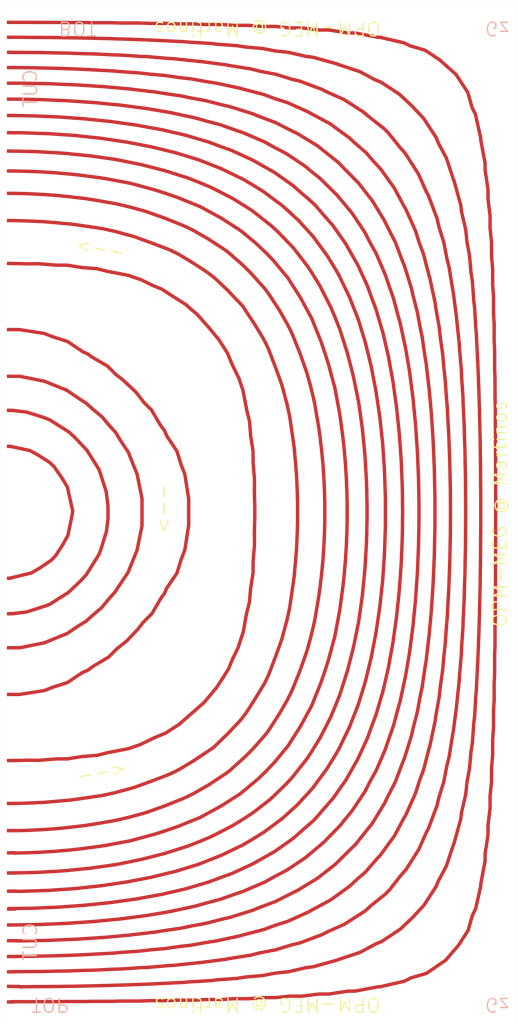
<source format=kicad_pcb>
(kicad_pcb (version 20221018) (generator pcbnew)
  (layers (0 "F.Cu" signal) (31 "B.Cu" signal) (34 "B.Paste" user) (35 "F.Paste" user) (36 "B.SilkS" user "B.Silkscreen") (37 "F.SilkS" user "F.Silkscreen") (38 "B.Mask" user) (39 "F.Mask" user) (44 "Edge.Cuts" user))
  (net 0 "")
  (net 1 "Net-(J1-Pin_1)")
  (footprint "Library:SolderWirePad_1x01_SMD_5x5mm" (layer "F.Cu") (at 3.25 1114.093185)
    (fp_text reference "J22")
    (fp_text value "SolderWirePad_1x01_SMD_5x5mm")
  )
  (footprint "Library:SolderWirePad_1x01_SMD_5x5mm" (layer "F.Cu") (at 3.25 1467.672196)
    (fp_text reference "J34")
    (fp_text value "SolderWirePad_1x01_SMD_5x5mm")
  )
  (footprint "Library:SolderWirePad_1x01_SMD_5x5mm" (layer "F.Cu") (at 3.25 283.188423)
    (fp_text reference "J11")
    (fp_text value "SolderWirePad_1x01_SMD_5x5mm")
  )
  (footprint "Library:SolderWirePad_1x01_SMD_5x10mm_custom" (layer "F.Cu") (at 3.25 32.673033)
    (fp_text reference "J1")
    (fp_text value "Conn_01x01_Socket" hide)
  )
  (footprint "Library:SolderWirePad_1x01_SMD_5x5mm" (layer "F.Cu") (at 3.25 1401.208574)
    (fp_text reference "J31")
    (fp_text value "SolderWirePad_1x01_SMD_5x5mm")
  )
  (footprint "Library:SolderWirePad_1x01_SMD_5x5mm" (layer "F.Cu") (at 3.25 169.183012)
    (fp_text reference "J7")
    (fp_text value "SolderWirePad_1x01_SMD_5x5mm")
  )
  (footprint "Library:SolderWirePad_1x01_SMD_5x5mm" (layer "F.Cu") (at 3.25 1176.878439)
    (fp_text reference "J23")
    (fp_text value "SolderWirePad_1x01_SMD_5x5mm")
  )
  (footprint "Library:SolderWirePad_1x01_SMD_5x5mm" (layer "F.Cu") (at 3.25 1354.926607)
    (fp_text reference "J29")
    (fp_text value "SolderWirePad_1x01_SMD_5x5mm")
  )
  (footprint "Library:SolderWirePad_1x01_SMD_5x5mm" (layer "F.Cu") (at 3.25 1331.640082)
    (fp_text reference "J28")
    (fp_text value "SolderWirePad_1x01_SMD_5x5mm")
  )
  (footprint "Library:SolderWirePad_1x01_SMD_5x5mm" (layer "F.Cu") (at 3.25 482.808655)
    (fp_text reference "J14")
    (fp_text value "SolderWirePad_1x01_SMD_5x5mm")
  )
  (footprint "Library:SolderWirePad_1x01_SMD_5x5mm" (layer "F.Cu") (at 3.25 653.800433)
    (fp_text reference "J17")
    (fp_text value "SolderWirePad_1x01_SMD_5x5mm")
  )
  (footprint "Library:SolderWirePad_1x01_SMD_5x5mm" (layer "F.Cu") (at 3.25 948.789956)
    (fp_text reference "J20")
    (fp_text value "SolderWirePad_1x01_SMD_5x5mm")
  )
  (footprint "Library:SolderWirePad_1x01_SMD_5x5mm" (layer "F.Cu") (at 3.25 221.188514)
    (fp_text reference "J9")
    (fp_text value "SolderWirePad_1x01_SMD_5x5mm")
  )
  (footprint "Library:SolderWirePad_1x01_SMD_5x5mm" (layer "F.Cu") (at 3.25 1216.65135)
    (fp_text reference "J24")
    (fp_text value "SolderWirePad_1x01_SMD_5x5mm")
  )
  (footprint "Library:SolderWirePad_1x01_SMD_5x5mm" (layer "F.Cu") (at 3.25 76.617652)
    (fp_text reference "J3")
    (fp_text value "SolderWirePad_1x01_SMD_5x5mm")
  )
  (footprint "Library:SolderWirePad_1x01_SMD_5x5mm" (layer "F.Cu") (at 3.25 194.375409)
    (fp_text reference "J8")
    (fp_text value "SolderWirePad_1x01_SMD_5x5mm")
  )
  (footprint "Library:SolderWirePad_1x01_SMD_5x5mm" (layer "F.Cu") (at 3.25 98.943973)
    (fp_text reference "J4")
    (fp_text value "SolderWirePad_1x01_SMD_5x5mm")
  )
  (footprint "Library:SolderWirePad_1x01_SMD_5x5mm" (layer "F.Cu") (at 3.25 551.174179)
    (fp_text reference "J15")
    (fp_text value "SolderWirePad_1x01_SMD_5x5mm")
  )
  (footprint "Library:SolderWirePad_1x01_SMD_5x5mm" (layer "F.Cu") (at 3.25 145.133252)
    (fp_text reference "J6")
    (fp_text value "SolderWirePad_1x01_SMD_5x5mm")
  )
  (footprint "Library:SolderWirePad_1x01_SMD_5x5mm" (layer "F.Cu") (at 3.25 1305.394228)
    (fp_text reference "J27")
    (fp_text value "SolderWirePad_1x01_SMD_5x5mm")
  )
  (footprint "Library:SolderWirePad_1x01_SMD_5x5mm" (layer "F.Cu") (at 3.25 1423.524827)
    (fp_text reference "J32")
    (fp_text value "SolderWirePad_1x01_SMD_5x5mm")
  )
  (footprint "Library:SolderWirePad_1x01_SMD_5x5mm" (layer "F.Cu") (at 3.25 1278.711752)
    (fp_text reference "J26")
    (fp_text value "SolderWirePad_1x01_SMD_5x5mm")
  )
  (footprint "Library:SolderWirePad_1x01_SMD_5x5mm" (layer "F.Cu") (at 3.25 1249.210547)
    (fp_text reference "J25")
    (fp_text value "SolderWirePad_1x01_SMD_5x5mm")
  )
  (footprint "Library:SolderWirePad_1x01_SMD_5x5mm" (layer "F.Cu") (at 3.25 250.399111)
    (fp_text reference "J10")
    (fp_text value "SolderWirePad_1x01_SMD_5x5mm")
  )
  (footprint "Library:SolderWirePad_1x01_SMD_5x5mm" (layer "F.Cu") (at 3.25 1377.92205)
    (fp_text reference "J30")
    (fp_text value "SolderWirePad_1x01_SMD_5x5mm")
  )
  (footprint "Library:SolderWirePad_1x01_SMD_5x5mm" (layer "F.Cu") (at 3.25 54.535764)
    (fp_text reference "J2")
    (fp_text value "SolderWirePad_1x01_SMD_5x5mm")
  )
  (footprint "Library:SolderWirePad_1x01_SMD_5x5mm" (layer "F.Cu") (at 3.25 323.096736)
    (fp_text reference "J12")
    (fp_text value "SolderWirePad_1x01_SMD_5x5mm")
  )
  (footprint "Library:SolderWirePad_1x01_SMD_5x5mm" (layer "F.Cu") (at 3.25 601.017812)
    (fp_text reference "J16")
    (fp_text value "SolderWirePad_1x01_SMD_5x5mm")
  )
  (footprint "Library:SolderWirePad_1x01_SMD_5x5mm" (layer "F.Cu") (at 3.25 385.849012)
    (fp_text reference "J13")
    (fp_text value "SolderWirePad_1x01_SMD_5x5mm")
  )
  (footprint "Library:SolderWirePad_1x01_SMD_5x5mm" (layer "F.Cu") (at 3.25 1444.870808)
    (fp_text reference "J33")
    (fp_text value "SolderWirePad_1x01_SMD_5x5mm")
  )
  (footprint "Library:SolderWirePad_1x01_SMD_5x5mm" (layer "F.Cu") (at 3.25 899.014939)
    (fp_text reference "J19")
    (fp_text value "SolderWirePad_1x01_SMD_5x5mm")
  )
  (footprint "Library:SolderWirePad_1x01_SMD_5x5mm" (layer "F.Cu") (at 3.25 121.794755)
    (fp_text reference "J5")
    (fp_text value "SolderWirePad_1x01_SMD_5x5mm")
  )
  (footprint "Library:SolderWirePad_1x01_SMD_5x5mm" (layer "F.Cu") (at 3.25 1017.240289)
    (fp_text reference "J21")
    (fp_text value "SolderWirePad_1x01_SMD_5x5mm")
  )
  (footprint "Library:SolderWirePad_1x01_SMD_5x5mm" (layer "F.Cu") (at 3.25 847)
    (fp_text reference "J18")
    (fp_text value "SolderWirePad_1x01_SMD_5x5mm")
  )
  (gr_rect locked (start 0 0) (end 750 1500) (stroke (width 0.1)) (fill none) (layer "Edge.Cuts"))
  (gr_text "Gz" (at 700 30 180) (layer "B.SilkS") (effects (font (size 20 20) (thickness 2)) (justify left bottom mirror)))
  (gr_text "CUT" (at 35 100 90) (layer "B.SilkS") (effects (font (size 20 20) (thickness 2)) (justify left mirror)))
  (gr_text "CUT" (at 35 1350 90) (layer "B.SilkS") (effects (font (size 20 20) (thickness 2)) (justify left mirror)))
  (gr_text "Gz" (at 700 1460 180) (layer "B.SilkS") (effects (font (size 20 20) (thickness 2)) (justify left bottom mirror)))
  (gr_text "BOT" (at 75 30 180) (layer "B.SilkS") (effects (font (size 20 20) (thickness 2)) (justify left bottom mirror)))
  (gr_text "TOP" (at 35 1460 180) (layer "B.SilkS") (effects (font (size 20 20) (thickness 2)) (justify left bottom mirror)))
  (gr_text "OPM-MEG @ Martinos" (at 550 30 180) (layer "F.SilkS") (effects (font (size 20 20) (thickness 2)) (justify left bottom)))
  (gr_text "-->" (at 176.742892 361.555613 170) (layer "F.SilkS") (effects (font (size 20 20) (thickness 2)) (justify left bottom)))
  (gr_text "-->" (at 221.028083 706.9801 -90) (layer "F.SilkS") (effects (font (size 20 20) (thickness 2)) (justify left bottom)))
  (gr_text "-->" (at 104.621296 1148.566715 10) (layer "F.SilkS") (effects (font (size 20 20) (thickness 2)) (justify left bottom)))
  (gr_text "OPM-MEG @ Martinos" (at 735 920 90) (layer "F.SilkS") (effects (font (size 20 20) (thickness 2)) (justify left bottom)))
  (gr_text "OPM-MEG @ Martinos" (at 550 1460 180) (layer "F.SilkS") (effects (font (size 20 20) (thickness 2)) (justify left bottom)))
  (segment (start 469.81 1126.2618) (end 453.93 1147.61) (width 5) (layer "F.Cu") (net 1))
  (segment (start 639.49 517.7745) (end 641.27 538.21) (width 5) (layer "F.Cu") (net 1))
  (segment (start 304.39 1094.1383) (end 303.49 1094.9) (width 5) (layer "F.Cu") (net 1))
  (segment (start 683.13 1088.2079) (end 681.14 1100.73) (width 5) (layer "F.Cu") (net 1))
  (segment (start 377.94 138.5752) (end 394.29 144.7) (width 5) (layer "F.Cu") (net 1))
  (segment (start 36.44 169.6187) (end 44.63 169.89) (width 5) (layer "F.Cu") (net 1))
  (segment (start 495.23 1201.6214) (end 488.84 1209.76) (width 5) (layer "F.Cu") (net 1))
  (segment (start 324.19 517.394) (end 330.69 533.3) (width 5) (layer "F.Cu") (net 1))
  (segment (start 510.78 1451.8159) (end 500.68 1451.82) (width 5) (layer "F.Cu") (net 1))
  (segment (start 644.98 1268.5893) (end 633.16 1290.66) (width 5) (layer "F.Cu") (net 1))
  (segment (start 709.1 1184.045) (end 706.09 1207.77) (width 5) (layer "F.Cu") (net 1))
  (segment (start 6.823388 385.849012) (end 6.83 385.8424) (width 5) (layer "F.Cu") (net 1))
  (segment (start 198.59 770.977) (end 191.57 805.64) (width 5) (layer "F.Cu") (net 1))
  (segment (start 100.82 1301.5796) (end 92.88 1302.15) (width 5) (layer "F.Cu") (net 1))
  (segment (start 385.98 432.6481) (end 399.82 453.78) (width 5) (layer "F.Cu") (net 1))
  (segment (start 609.66 494.4494) (end 613.71 522.38) (width 5) (layer "F.Cu") (net 1))
  (segment (start 567.68 437.6444) (end 573.16 458.63) (width 5) (layer "F.Cu") (net 1))
  (segment (start 225.85 622.7946) (end 231.75 630.73) (width 5) (layer "F.Cu") (net 1))
  (segment (start 144.8 1296.5931) (end 138.89 1297.43) (width 5) (layer "F.Cu") (net 1))
  (segment (start 250.95 289.2332) (end 282.29 301.92) (width 5) (layer "F.Cu") (net 1))
  (segment (start 694.6 647.953) (end 694.6 649.76) (width 5) (layer "F.Cu") (net 1))
  (segment (start 269.89 1384.6282) (end 255.15 1386.22) (width 5) (layer "F.Cu") (net 1))
  (segment (start 291.98 1352.6413) (end 272.43 1356.13) (width 5) (layer "F.Cu") (net 1))
  (segment (start 673.05 799.2139) (end 672.56 822.45) (width 5) (layer "F.Cu") (net 1))
  (segment (start 573.16 458.6321) (end 577.18 472.64) (width 5) (layer "F.Cu") (net 1))
  (segment (start 190.5 1316.8311) (end 172.19 1319.33) (width 5) (layer "F.Cu") (net 1))
  (segment (start 554.75 1176.037) (end 551.23 1181.81) (width 5) (layer "F.Cu") (net 1))
  (segment (start 186.76 817.547) (end 178.34 838.49) (width 5) (layer "F.Cu") (net 1))
  (segment (start 18.42 482.7583) (end 22.32 483.26) (width 5) (layer "F.Cu") (net 1))
  (segment (start 514.97 465.6684) (end 515.7 467.5) (width 5) (layer "F.Cu") (net 1))
  (segment (start 227.43 1337.3695) (end 204.5 1341.22) (width 5) (layer "F.Cu") (net 1))
  (segment (start 180.43 130.2584) (end 183.97 130.72) (width 5) (layer "F.Cu") (net 1))
  (segment (start 693.74 608.8013) (end 694.6 647.95) (width 5) (layer "F.Cu") (net 1))
  (segment (start 21.61 1445.4301) (end 18.85 1445.43) (width 5) (layer "F.Cu") (net 1))
  (segment (start 645 580.8091) (end 646.23 594.82) (width 5) (layer "F.Cu") (net 1))
  (segment (start 706.09 277.2306) (end 706.09 292.23) (width 5) (layer "F.Cu") (net 1))
  (segment (start 692.5 567.6327) (end 692.54 568.22) (width 5) (layer "F.Cu") (net 1))
  (segment (start 91.54 632.714) (end 99.5 640.01) (width 5) (layer "F.Cu") (net 1))
  (segment (start 667.43 553.2313) (end 669.35 581.54) (width 5) (layer "F.Cu") (net 1))
  (segment (start 541.91 573.8181) (end 546.59 605.2) (width 5) (layer "F.Cu") (net 1))
  (segment (start 283.77 1197.4608) (end 282.29 1198.08) (width 5) (layer "F.Cu") (net 1))
  (segment (start 267.14 261.0416) (end 285.45 268.29) (width 5) (layer "F.Cu") (net 1))
  (segment (start 22.32 483.2576) (end 55.6 488.47) (width 5) (layer "F.Cu") (net 1))
  (segment (start 262.85 1301.931) (end 261.95 1302.15) (width 5) (layer "F.Cu") (net 1))
  (segment (start 411.27 908.5031) (end 405.75 928.89) (width 5) (layer "F.Cu") (net 1))
  (segment (start 360.7 1191.0398) (end 350.83 1197.52) (width 5) (layer "F.Cu") (net 1))
  (segment (start 62.83 676.9321) (end 69.81 683.46) (width 5) (layer "F.Cu") (net 1))
  (segment (start 21.61 54.5697) (end 59.47 54.84) (width 5) (layer "F.Cu") (net 1))
  (segment (start 463.7 1235.1057) (end 438.39 1256.31) (width 5) (layer "F.Cu") (net 1))
  (segment (start 424.19 234.1958) (end 437.69 243.26) (width 5) (layer "F.Cu") (net 1))
  (segment (start 10.626045 1467.31) (end 6.28 1467.31) (width 5) (layer "F.Cu") (net 1))
  (segment (start 358.14 861.0905) (end 356.21 882.45) (width 5) (layer "F.Cu") (net 1))
  (segment (start 485.69 286.9331) (end 506.71 312.14) (width 5) (layer "F.Cu") (net 1))
  (segment (start 357.97 233.0708) (end 362.81 235.37) (width 5) (layer "F.Cu") (net 1))
  (segment (start 555.57 772.1923) (end 554.33 809.43) (width 5) (layer "F.Cu") (net 1))
  (segment (start 589.81 1267.5308) (end 586.16 1273.3) (width 5) (layer "F.Cu") (net 1))
  (segment (start 394.81 1320.3491) (end 368.1 1330.45) (width 5) (layer "F.Cu") (net 1))
  (segment (start 56.02 558.5003) (end 67.34 563.12) (width 5) (layer "F.Cu") (net 1))
  (segment (start 61.91 54.8431) (end 100.24 55.4) (width 5) (layer "F.Cu") (net 1))
  (segment (start 515.7 1032.504) (end 514.98 1034.33) (width 5) (layer "F.Cu") (net 1))
  (segment (start 230.54 282.2587) (end 250.95 289.23) (width 5) (layer "F.Cu") (net 1))
  (segment (start 551.23 1181.8068) (end 536.42 1206.07) (width 5) (layer "F.Cu") (net 1))
  (segment (start 16.65205 1377.92205) (end 16.98 1378.25) (width 5) (layer "F.Cu") (net 1))
  (segment (start 128.53 1349.8227) (end 113.65 1350.81) (width 5) (layer "F.Cu") (net 1))
  (segment (start 474.9 1318.4882) (end 447.79 1333.02) (width 5) (layer "F.Cu") (net 1))
  (segment (start 28.94 323.5604) (end 52.53 324.54) (width 5) (layer "F.Cu") (net 1))
  (segment (start 261.95 1302.1492) (end 227.15 1310.21) (width 5) (layer "F.Cu") (net 1))
  (segment (start 69.64 935.7753) (end 55.84 941.5) (width 5) (layer "F.Cu") (net 1))
  (segment (start 346.13 1306.0381) (end 340.67 1307.76) (width 5) (layer "F.Cu") (net 1))
  (segment (start 59.47 54.8431) (end 61.91 54.84) (width 5) (layer "F.Cu") (net 1))
  (segment (start 181.78 57.4598) (end 182.37 57.5) (width 5) (layer "F.Cu") (net 1))
  (segment (start 88.98 927.9886) (end 69.64 935.78) (width 5) (layer "F.Cu") (net 1))
  (segment (start 381.17 425.7773) (end 385.98 432.65) (width 5) (layer "F.Cu") (net 1))
  (segment (start 629.42 1049.5154) (end 628.46 1056.81) (width 5) (layer "F.Cu") (net 1))
  (segment (start 299.93 274.3956) (end 309.45 279.21) (width 5) (layer "F.Cu") (net 1))
  (segment (start 89.23 1111.5754) (end 72.65 1111.65) (width 5) (layer "F.Cu") (net 1))
  (segment (start 627.48 692.1206) (end 628.2 726.55) (width 5) (layer "F.Cu") (net 1))
  (segment (start 234.84 861.7679) (end 231.56 869.42) (width 5) (layer "F.Cu") (net 1))
  (segment (start 690.77 973.819) (end 688.98 1010.65) (width 5) (layer "F.Cu") (net 1))
  (segment (start 101.51 1301.5118) (end 100.82 1301.58) (width 5) (layer "F.Cu") (net 1))
  (segment (start 261.5 694.418) (end 266.73 727.67) (width 5) (layer "F.Cu") (net 1))
  (segment (start 649.93 673.6106) (end 650.62 705.41) (width 5) (layer "F.Cu") (net 1))
  (segment (start 176.24 938.9827) (end 162.21 950.04) (width 5) (layer "F.Cu") (net 1))
  (segment (start 711.3 1144.8477) (end 709.1 1165.58) (width 5) (layer "F.Cu") (net 1))
  (segment (start 596.11 583.1487) (end 597.06 593.73) (width 5) (layer "F.Cu") (net 1))
  (segment (start 346.71 571.3166) (end 352.53 601.68) (width 5) (layer "F.Cu") (net 1))
  (segment (start 212.73 1144.2237) (end 186.39 1153.74) (width 5) (layer "F.Cu") (net 1))
  (segment (start 196.77 82.5723) (end 207.57 82.99) (width 5) (layer "F.Cu") (net 1))
  (segment (start 75.97 171.2467) (end 86.26 171.94) (width 5) (layer "F.Cu") (net 1))
  (segment (start 584.21 505.4358) (end 584.95 508.64) (width 5) (layer "F.Cu") (net 1))
  (segment (start 346.58 1050.6716) (end 342.25 1055.97) (width 5) (layer "F.Cu") (net 1))
  (segment (start 178.9 344.2413) (end 186.39 346.26) (width 5) (layer "F.Cu") (net 1))
  (segment (start 355.33 37.0703) (end 373.86 38.7) (width 5) (layer "F.Cu") (net 1))
  (segment (start 357.04 268.3974) (end 376.47 280.32) (width 5) (layer "F.Cu") (net 1))
  (segment (start 156.97 1266.9292) (end 124.05 1271.59) (width 5) (layer "F.Cu") (net 1))
  (segment (start 414.44 1090.1076) (end 413.01 1092.29) (width 5) (layer "F.Cu") (net 1))
  (segment (start 246.28 1413.948) (end 239.02 1414.3) (width 5) (layer "F.Cu") (net 1))
  (segment (start 69.53 1247.1121) (end 51.17 1248.28) (width 5) (layer "F.Cu") (net 1))
  (segment (start 239.02 85.6985) (end 246.28 86.05) (width 5) (layer "F.Cu") (net 1))
  (segment (start 340.83 554.1278) (end 344.7 565.71) (width 5) (layer "F.Cu") (net 1))
  (segment (start 459.64 418.7823) (end 470.59 440.18) (width 5) (layer "F.Cu") (net 1))
  (segment (start 541.1 1260.2993) (end 526.21 1277.56) (width 5) (layer "F.Cu") (net 1))
  (segment (start 71.79 146.7355) (end 89.6 147.52) (width 5) (layer "F.Cu") (net 1))
  (segment (start 127.98 1466.7456) (end 114.93 1467.03) (width 5) (layer "F.Cu") (net 1))
  (segment (start 145.42 1238.3465) (end 137.05 1239.63) (width 5) (layer "F.Cu") (net 1))
  (segment (start 467.73 1182.0312) (end 454.08 1197.87) (width 5) (layer "F.Cu") (net 1))
  (segment (start 519.62 161.5914) (end 523.62 164.14) (width 5) (layer "F.Cu") (net 1))
  (segment (start 430.71 435.3973) (end 446.49 464.32) (width 5) (layer "F.Cu") (net 1))
  (segment (start 646.23 905.1837) (end 645 919.19) (width 5) (layer "F.Cu") (net 1))
  (segment (start 539.7 116.4603) (end 549.1 120.24) (width 5) (layer "F.Cu") (net 1))
  (segment (start 347.05 926.6261) (end 344.46 933.76) (width 5) (layer "F.Cu") (net 1))
  (segment (start 9.96 250.4183) (end 30.25 250.84) (width 5) (layer "F.Cu") (net 1))
  (segment (start 178.68 1096.7127) (end 148.32 1102.52) (width 5) (layer "F.Cu") (net 1))
  (segment (start 44.58 1400.6262) (end 36.43 1400.8) (width 5) (layer "F.Cu") (net 1))
  (segment (start 57.59 887.3725) (end 29.89 896.33) (width 5) (layer "F.Cu") (net 1))
  (segment (start 254.14 1126.6195) (end 245.59 1130.99) (width 5) (layer "F.Cu") (net 1))
  (segment (start 451.93 591.2908) (end 457.31 622.41) (width 5) (layer "F.Cu") (net 1))
  (segment (start 364.15 743.1658) (end 364.15 756.83) (width 5) (layer "F.Cu") (net 1))
  (segment (start 381.6 994.4442) (end 377.86 1001.88) (width 5) (layer "F.Cu") (net 1))
  (segment (start 493.51 857.9254) (end 489.63 887.05) (width 5) (layer "F.Cu") (net 1))
  (segment (start 3.25 1401.208574) (end 14.252763 1401.208574) (width 5) (layer "F.Cu") (net 1))
  (segment (start 244.56 1334.2155) (end 241.36 1334.96) (width 5) (layer "F.Cu") (net 1))
  (segment (start 14.96307 1305.442742) (end 18.042742 1305.442742) (width 5) (layer "F.Cu") (net 1))
  (segment (start 318.85 154.2503) (end 327.41 156.1) (width 5) (layer "F.Cu") (net 1))
  (segment (start 469.98 1365.2379) (end 463.14 1368.88) (width 5) (layer "F.Cu") (net 1))
  (segment (start 361.7 1333.155) (end 348.35 1337.37) (width 5) (layer "F.Cu") (net 1))
  (segment (start 126.83 976.1204) (end 119.43 981.67) (width 5) (layer "F.Cu") (net 1))
  (segment (start 380.98 504.4194) (end 384.55 512.13) (width 5) (layer "F.Cu") (net 1))
  (segment (start 628.2 773.4534) (end 627.48 807.88) (width 5) (layer "F.Cu") (net 1))
  (segment (start 426.44 778.9418) (end 425.46 802.53) (width 5) (layer "F.Cu") (net 1))
  (segment (start 74.58 32.781) (end 87.36 32.97) (width 5) (layer "F.Cu") (net 1))
  (segment (start 309.45 279.2061) (end 331.14 290.32) (width 5) (layer "F.Cu") (net 1))
  (segment (start 361.64 1096.6642) (end 351.6 1106.94) (width 5) (layer "F.Cu") (net 1))
  (segment (start 415.41 610.7722) (end 420.23 643.71) (width 5) (layer "F.Cu") (net 1))
  (segment (start 690.98 971.345) (end 690.77 973.82) (width 5) (layer "F.Cu") (net 1))
  (segment (start 368.05 314.6243) (end 388.84 331.04) (width 5) (layer "F.Cu") (net 1))
  (segment (start 500.68 1451.8159) (end 472.77 1456.08) (width 5) (layer "F.Cu") (net 1))
  (segment (start 643.29 556.0455) (end 645 580.81) (width 5) (layer "F.Cu") (net 1))
  (segment (start 68.71 493.5724) (end 89.4 500.06) (width 5) (layer "F.Cu") (net 1))
  (segment (start 472.03 533.0388) (end 481.45 567.79) (width 5) (layer "F.Cu") (net 1))
  (segment (start 397.98 339.5031) (end 417.15 359.22) (width 5) (layer "F.Cu") (net 1))
  (segment (start 478.04 1170.3864) (end 467.73 1182.03) (width 5) (layer "F.Cu") (net 1))
  (segment (start 207.57 1417.0069) (end 196.77 1417.43) (width 5) (layer "F.Cu") (net 1))
  (segment (start 568.64 275.3515) (end 583.23 302.57) (width 5) (layer "F.Cu") (net 1))
  (segment (start 411.27 473.7108) (end 416.56 483.98) (width 5) (layer "F.Cu") (net 1))
  (segment (start 165.59 56.9702) (end 181.78 57.46) (width 5) (layer "F.Cu") (net 1))
  (segment (start 186.39 1153.7427) (end 178.9 1155.76) (width 5) (layer "F.Cu") (net 1))
  (segment (start 460.76 499.0528) (end 467.73 519.45) (width 5) (layer "F.Cu") (net 1))
  (segment (start 499.58 740.0351) (end 499.58 759.96) (width 5) (layer "F.Cu") (net 1))
  (segment (start 619.9 1095.4412) (end 611.42 1127.94) (width 5) (layer "F.Cu") (net 1))
  (segment (start 165.58 1443.0298) (end 142.01 1443.74) (width 5) (layer "F.Cu") (net 1))
  (segment (start 9.940811 250.399111) (end 9.96 250.4183) (width 5) (layer "F.Cu") (net 1))
  (segment (start 630.23 201.774) (end 633.59 210.21) (width 5) (layer "F.Cu") (net 1))
  (segment (start 561.71 1303.4864) (end 555.32 1309.91) (width 5) (layer "F.Cu") (net 1))
  (segment (start 486.84 94.5254) (end 518.58 105.03) (width 5) (layer "F.Cu") (net 1))
  (segment (start 3.25 1249.210547) (end 12.284018 1249.210547) (width 5) (layer "F.Cu") (net 1))
  (segment (start 61.88 1304.2278) (end 59.43 1304.33) (width 5) (layer "F.Cu") (net 1))
  (segment (start 556.96 1171.1283) (end 554.75 1176.04) (width 5) (layer "F.Cu") (net 1))
  (segment (start 3.25 250.399111) (end 9.940811 250.399111) (width 5) (layer "F.Cu") (net 1))
  (segment (start 3.25 1467.672196) (end 10.263849 1467.672196) (width 5) (layer "F.Cu") (net 1))
  (segment (start 561.99 533.1294) (end 566.83 559.51) (width 5) (layer "F.Cu") (net 1))
  (segment (start 248.13 223.6973) (end 278.71 233.07) (width 5) (layer "F.Cu") (net 1))
  (segment (start 470.59 440.1776) (end 475.59 450.07) (width 5) (layer "F.Cu") (net 1))
  (segment (start 6.79 221.2411) (end 33.96 221.76) (width 5) (layer "F.Cu") (net 1))
  (segment (start 518.6 1394.9963) (end 486.83 1405.49) (width 5) (layer "F.Cu") (net 1))
  (segment (start 695.49 1294.7732) (end 695.49 1297.6) (width 5) (layer "F.Cu") (net 1))
  (segment (start 178.9 1155.7608) (end 158.52 1161.27) (width 5) (layer "F.Cu") (net 1))
  (segment (start 499.15 780.2489) (end 498.28 801.17) (width 5) (layer "F.Cu") (net 1))
  (segment (start 59.43 1304.3338) (end 22.19 1305.57) (width 5) (layer "F.Cu") (net 1))
  (segment (start 552.15 1105.318) (end 542.12 1128.59) (width 5) (layer "F.Cu") (net 1))
  (segment (start 11.65 283.2248) (end 29.02 283.6) (width 5) (layer "F.Cu") (net 1))
  (segment (start 10.846115 1114.049947) (end 6.83 1114.15) (width 5) (layer "F.Cu") (net 1))
  (segment (start 31.63 1423.1831) (end 12.081453 1423.318158) (width 5) (layer "F.Cu") (net 1))
  (segment (start 109.62 849.9116) (end 91 867.7) (width 5) (layer "F.Cu") (net 1))
  (segment (start 44.63 169.8898) (end 75.97 171.25) (width 5) (layer "F.Cu") (net 1))
  (segment (start 681.13 399.2718) (end 683.12 411.79) (width 5) (layer "F.Cu") (net 1))
  (segment (start 182.37 1442.5004) (end 181.78 1442.54) (width 5) (layer "F.Cu") (net 1))
  (segment (start 488.34 604.5849) (end 489.63 612.94) (width 5) (layer "F.Cu") (net 1))
  (segment (start 186.39 346.2648) (end 212.73 355.78) (width 5) (layer "F.Cu") (net 1))
  (segment (start 664.3 989.0222) (end 663.95 996.28) (width 5) (layer "F.Cu") (net 1))
  (segment (start 3.89 98.965) (end 8.888482 99.001098) (width 5) (layer "F.Cu") (net 1))
  (segment (start 523.62 164.1394) (end 530.8 170.43) (width 5) (layer "F.Cu") (net 1))
  (segment (start 184.29 405.2875) (end 196.43 409.28) (width 5) (layer "F.Cu") (net 1))
  (segment (start 508.87 552.3397) (end 516.07 587.68) (width 5) (layer "F.Cu") (net 1))
  (segment (start 542.12 1128.5911) (end 533.2 1144.69) (width 5) (layer "F.Cu") (net 1))
  (segment (start 129 78.9108) (end 154.97 80.24) (width 5) (layer "F.Cu") (net 1))
  (segment (start 83.29 796.6388) (end 72.56 813.38) (width 5) (layer "F.Cu") (net 1))
  (segment (start 267.24 731.5819) (end 267.25 768.43) (width 5) (layer "F.Cu") (net 1))
  (segment (start 712.93 417.5333) (end 714.16 434.43) (width 5) (layer "F.Cu") (net 1))
  (segment (start 547.59 54.5257) (end 559.02 57.21) (width 5) (layer "F.Cu") (net 1))
  (segment (start 577.18 1027.3587) (end 573.17 1041.36) (width 5) (layer "F.Cu") (net 1))
  (segment (start 150.85 876.4424) (end 139.02 890.64) (width 5) (layer "F.Cu") (net 1))
  (segment (start 692.54 931.7808) (end 692.5 932.37) (width 5) (layer "F.Cu") (net 1))
  (segment (start 72.65 388.3485) (end 89.23 388.43) (width 5) (layer "F.Cu") (net 1))
  (segment (start 441.71 550.4521) (end 446.49 567.82) (width 5) (layer "F.Cu") (net 1))
  (segment (start 628.25 733.022) (end 628.25 766.98) (width 5) (layer "F.Cu") (net 1))
  (segment (start 683.05 1341.1776) (end 676.94 1362.81) (width 5) (layer "F.Cu") (net 1))
  (segment (start 182.21 268.5477) (end 216.96 277.97) (width 5) (layer "F.Cu") (net 1))
  (segment (start 546.59 894.7959) (end 541.91 926.18) (width 5) (layer "F.Cu") (net 1))
  (segment (start 686.41 1049.6366) (end 685.34 1057.86) (width 5) (layer "F.Cu") (net 1))
  (segment (start 338.21 1433.1254) (end 307.86 1435.34) (width 5) (layer "F.Cu") (net 1))
  (segment (start 189.38 1289.4106) (end 176.18 1291.91) (width 5) (layer "F.Cu") (net 1))
  (segment (start 362.81 235.3666) (end 366.47 237.52) (width 5) (layer "F.Cu") (net 1))
  (segment (start 717.03 635.0677) (end 717.03 662.64) (width 5) (layer "F.Cu") (net 1))
  (segment (start 3.25 1114.093185) (end 10.802877 1114.093185) (width 5) (layer "F.Cu") (net 1))
  (segment (start 365.32 1022.55) (end 352.34 1042.86) (width 5) (layer "F.Cu") (net 1))
  (segment (start 332.47 1462.9288) (end 315.57 1464.16) (width 5) (layer "F.Cu") (net 1))
  (segment (start 117.11 909.7042) (end 105.58 916.74) (width 5) (layer "F.Cu") (net 1))
  (segment (start 212.73 355.7842) (end 237.89 365.34) (width 5) (layer "F.Cu") (net 1))
  (segment (start 622.59 1084.1657) (end 620.72 1092.82) (width 5) (layer "F.Cu") (net 1))
  (segment (start 716.75 877.9828) (end 716.75 905.23) (width 5) (layer "F.Cu") (net 1))
  (segment (start 528.76 756.7935) (end 528.24 783.96) (width 5) (layer "F.Cu") (net 1))
  (segment (start 497.57 357.2049) (end 512.26 383.17) (width 5) (layer "F.Cu") (net 1))
  (segment (start 46.7 222.2097) (end 75.63 223.87) (width 5) (layer "F.Cu") (net 1))
  (segment (start 113.55 78.567) (end 129 78.91) (width 5) (layer "F.Cu") (net 1))
  (segment (start 331.22 1209.6379) (end 309.82 1220.6) (width 5) (layer "F.Cu") (net 1))
  (segment (start 451.93 908.7078) (end 450.77 914.29) (width 5) (layer "F.Cu") (net 1))
  (segment (start 148.9 127.4105) (end 180.43 130.26) (width 5) (layer "F.Cu") (net 1))
  (segment (start 149.95 962.4298) (end 126.83 976.12) (width 5) (layer "F.Cu") (net 1))
  (segment (start 650.8 713.5702) (end 651.03 746.11) (width 5) (layer "F.Cu") (net 1))
  (segment (start 232.23 110.5112) (end 255.15 113.78) (width 5) (layer "F.Cu") (net 1))
  (segment (start 302.06 1095.9562) (end 274.93 1114.09) (width 5) (layer "F.Cu") (net 1))
  (segment (start 106.3 1170.2346) (end 95.1 1171.8) (width 5) (layer "F.Cu") (net 1))
  (segment (start 482.87 1265.416) (end 477.25 1269.89) (width 5) (layer "F.Cu") (net 1))
  (segment (start 292.05 397.1046) (end 301.19 403.88) (width 5) (layer "F.Cu") (net 1))
  (segment (start 577.18 472.6432) (end 584.21 505.44) (width 5) (layer "F.Cu") (net 1))
  (segment (start 593.89 1077.4143) (end 587.37 1098.36) (width 5) (layer "F.Cu") (net 1))
  (segment (start 580.85 753.7453) (end 580.38 786.44) (width 5) (layer "F.Cu") (net 1))
  (segment (start 278.7 1266.9292) (end 248.13 1276.3) (width 5) (layer "F.Cu") (net 1))
  (segment (start 528.24 716.0388) (end 528.76 743.21) (width 5) (layer "F.Cu") (net 1))
  (segment (start 625.7 647.0658) (end 625.84 650.72) (width 5) (layer "F.Cu") (net 1))
  (segment (start 6.83 385.8424) (end 33.25 386.51) (width 5) (layer "F.Cu") (net 1))
  (segment (start 481.71 464.5753) (end 488.95 482.86) (width 5) (layer "F.Cu") (net 1))
  (segment (start 633.99 331.7347) (end 641.23 354.94) (width 5) (layer "F.Cu") (net 1))
  (segment (start 75.97 1328.752) (end 44.63 1330.11) (width 5) (layer "F.Cu") (net 1))
  (segment (start 660.15 1031.8664) (end 659.99 1034.46) (width 5) (layer "F.Cu") (net 1))
  (segment (start 644.99 231.4031) (end 655.49 263.17) (width 5) (layer "F.Cu") (net 1))
  (segment (start 105.58 916.7387) (end 88.98 927.99) (width 5) (layer "F.Cu") (net 1))
  (segment (start 505.67 1242.8405) (end 482.87 1265.42) (width 5) (layer "F.Cu") (net 1))
  (segment (start 181.01 268.291) (end 181.95 268.49) (width 5) (layer "F.Cu") (net 1))
  (segment (start 34.17 1467.31) (end 10.626045 1467.31) (width 5) (layer "F.Cu") (net 1))
  (segment (start 701.81 1250.6846) (end 701.81 1260.77) (width 5) (layer "F.Cu") (net 1))
  (segment (start 232.23 1389.4884) (end 211.79 1391.27) (width 5) (layer "F.Cu") (net 1))
  (segment (start 625.84 849.2796) (end 625.7 852.93) (width 5) (layer "F.Cu") (net 1))
  (segment (start 536.63 294.2654) (end 552.18 319.78) (width 5) (layer "F.Cu") (net 1))
  (segment (start 541.69 1047.4303) (end 535.89 1062.78) (width 5) (layer "F.Cu") (net 1))
  (segment (start 595.75 1068.8543) (end 593.89 1077.41) (width 5) (layer "F.Cu") (net 1))
  (segment (start 16.932645 121.794755) (end 16.98 121.7474) (width 5) (layer "F.Cu") (net 1))
  (segment (start 627.36 813.4262) (end 625.84 849.28) (width 5) (layer "F.Cu") (net 1))
  (segment (start 63.15 614.7681) (end 77.37 623.76) (width 5) (layer "F.Cu") (net 1))
  (segment (start 377.28 1178.2581) (end 360.7 1191.04) (width 5) (layer "F.Cu") (net 1))
  (segment (start 156.26 152.9339) (end 166.85 153.89) (width 5) (layer "F.Cu") (net 1))
  (segment (start 30.57 145.4168) (end 50.1 145.84) (width 5) (layer "F.Cu") (net 1))
  (segment (start 539.41 560.6183) (end 541.91 573.82) (width 5) (layer "F.Cu") (net 1))
  (segment (start 132.62 1106.4633) (end 111.08 1108.12) (width 5) (layer "F.Cu") (net 1))
  (segment (start 687.44 166.9006) (end 693.03 191.66) (width 5) (layer "F.Cu") (net 1))
  (segment (start 345.24 1160.7092) (end 343.03 1162.49) (width 5) (layer "F.Cu") (net 1))
  (segment (start 113.65 149.1883) (end 128.53 150.18) (width 5) (layer "F.Cu") (net 1))
  (segment (start 342.82 129.2835) (end 345.44 130.1) (width 5) (layer "F.Cu") (net 1))
  (segment (start 244.86 434.5748) (end 263.03 446.08) (width 5) (layer "F.Cu") (net 1))
  (segment (start 462.15 660.0865) (end 464.02 679.15) (width 5) (layer "F.Cu") (net 1))
  (segment (start 472.03 966.9625) (end 467.74 980.55) (width 5) (layer "F.Cu") (net 1))
  (segment (start 429.84 118.6594) (end 453.25 127.41) (width 5) (layer "F.Cu") (net 1))
  (segment (start 587.37 977.4241) (end 584.96 991.36) (width 5) (layer "F.Cu") (net 1))
  (segment (start 89.4 500.0644) (end 112.28 515.41) (width 5) (layer "F.Cu") (net 1))
  (segment (start 439.55 1417.3764) (end 413.52 1423.37) (width 5) (layer "F.Cu") (net 1))
  (segment (start 89.6 147.5153) (end 113.65 149.19) (width 5) (layer "F.Cu") (net 1))
  (segment (start 359.04 1398.9516) (end 325.7 1404.27) (width 5) (layer "F.Cu") (net 1))
  (segment (start 556.03 403.8725) (end 557.76 409.32) (width 5) (layer "F.Cu") (net 1))
  (segment (start 593.23 1432.3414) (end 583.3 1437.33) (width 5) (layer "F.Cu") (net 1))
  (segment (start 434.92 1215.2545) (end 421.48 1227.23) (width 5) (layer "F.Cu") (net 1))
  (segment (start 648.42 865.9812) (end 647.7 877.18) (width 5) (layer "F.Cu") (net 1))
  (segment (start 284.46 1409.9908) (end 281.87 1410.15) (width 5) (layer "F.Cu") (net 1))
  (segment (start 622.59 296.7759) (end 631.33 320.17) (width 5) (layer "F.Cu") (net 1))
  (segment (start 181.01 1231.709) (end 145.42 1238.35) (width 5) (layer "F.Cu") (net 1))
  (segment (start 678.89 1126.2345) (end 675.39 1144.48) (width 5) (layer "F.Cu") (net 1))
  (segment (start 266.03 1166.5729) (end 257.84 1170.21) (width 5) (layer "F.Cu") (net 1))
  (segment (start 659.99 465.5401) (end 660.14 468.13) (width 5) (layer "F.Cu") (net 1))
  (segment (start 291.36 176.8294) (end 312.36 182.32) (width 5) (layer "F.Cu") (net 1))
  (segment (start 424.19 818.1119) (end 421.8 845.1) (width 5) (layer "F.Cu") (net 1))
  (segment (start 212.66 600.4693) (end 225.85 622.79) (width 5) (layer "F.Cu") (net 1))
  (segment (start 182.2 303.5111) (end 199.55 308.28) (width 5) (layer "F.Cu") (net 1))
  (segment (start 465.79 1233.302) (end 463.7 1235.11) (width 5) (layer "F.Cu") (net 1))
  (segment (start 127.18 1397.6983) (end 115.98 1398.42) (width 5) (layer "F.Cu") (net 1))
  (segment (start 394.29 144.7019) (end 411.75 150.15) (width 5) (layer "F.Cu") (net 1))
  (segment (start 216.87 1311.9913) (end 190.5 1316.83) (width 5) (layer "F.Cu") (net 1))
  (segment (start 549.1 120.241) (end 557.19 125.54) (width 5) (layer "F.Cu") (net 1))
  (segment (start 655.49 263.1683) (end 656.44 265.29) (width 5) (layer "F.Cu") (net 1))
  (segment (start 577.44 1361.0519) (end 557.53 1374.2) (width 5) (layer "F.Cu") (net 1))
  (segment (start 49.21 1423.0548) (end 31.63 1423.18) (width 5) (layer "F.Cu") (net 1))
  (segment (start 161.44 1266.242) (end 156.97 1266.93) (width 5) (layer "F.Cu") (net 1))
  (segment (start 6.28 32.6899) (end 34.17 32.69) (width 5) (layer "F.Cu") (net 1))
  (segment (start 246.28 86.0515) (end 281.87 89.85) (width 5) (layer "F.Cu") (net 1))
  (segment (start 714.16 434.4283) (end 714.16 458.7) (width 5) (layer "F.Cu") (net 1))
  (segment (start 551.1 1248.7024) (end 548.15 1252.72) (width 5) (layer "F.Cu") (net 1))
  (segment (start 566.83 559.5067) (end 569.33 577.81) (width 5) (layer "F.Cu") (net 1))
  (segment (start 641.27 538.2067) (end 643.29 556.05) (width 5) (layer "F.Cu") (net 1))
  (segment (start 716.34 581.3271) (end 716.75 594.77) (width 5) (layer "F.Cu") (net 1))
  (segment (start 602.48 660.4034) (end 603.26 678.21) (width 5) (layer "F.Cu") (net 1))
  (segment (start 255.55 1359.659) (end 227.62 1363.72) (width 5) (layer "F.Cu") (net 1))
  (segment (start 314.61 1180.713) (end 285.69 1196.49) (width 5) (layer "F.Cu") (net 1))
  (segment (start 378.59 207.8857) (end 394.61 216.77) (width 5) (layer "F.Cu") (net 1))
  (segment (start 636.22 494.8473) (end 639.49 517.77) (width 5) (layer "F.Cu") (net 1))
  (segment (start 377.22 1219.1765) (end 356.61 1231.83) (width 5) (layer "F.Cu") (net 1))
  (segment (start 547.43 888.8921) (end 546.59 894.8) (width 5) (layer "F.Cu") (net 1))
  (segment (start 88.09 571.4143) (end 110.98 586.86) (width 5) (layer "F.Cu") (net 1))
  (segment (start 351.6 1106.9369) (end 328.05 1128.16) (width 5) (layer "F.Cu") (net 1))
  (segment (start 139.23 1165.4084) (end 106.3 1170.23) (width 5) (layer "F.Cu") (net 1))
  (segment (start 272.43 1356.129) (end 255.55 1359.66) (width 5) (layer "F.Cu") (net 1))
  (segment (start 666.08 1199.7942) (end 657.81 1229.72) (width 5) (layer "F.Cu") (net 1))
  (segment (start 3.25 194.375409) (end 18.228291 194.375409) (width 5) (layer "F.Cu") (net 1))
  (segment (start 628.46 1056.8077) (end 622.59 1084.17) (width 5) (layer "F.Cu") (net 1))
  (segment (start 14.230432 76.69343) (end 31.63 76.82) (width 5) (layer "F.Cu") (net 1))
  (segment (start 99.28 124.159) (end 102.94 124.29) (width 5) (layer "F.Cu") (net 1))
  (segment (start 695.16 809.4664) (end 695.16 811.91) (width 5) (layer "F.Cu") (net 1))
  (segment (start 75.64 1276.1242) (end 46.7 1277.79) (width 5) (layer "F.Cu") (net 1))
  (segment (start 421.48 1227.227) (end 413.86 1232.78) (width 5) (layer "F.Cu") (net 1))
  (segment (start 715.09 1025.6495) (end 714.16 1041.3) (width 5) (layer "F.Cu") (net 1))
  (segment (start 457.77 43.9155) (end 472.77 43.92) (width 5) (layer "F.Cu") (net 1))
  (segment (start 124.05 228.4131) (end 156.98 233.07) (width 5) (layer "F.Cu") (net 1))
  (segment (start 712.93 1082.4662) (end 712.93 1105.33) (width 5) (layer "F.Cu") (net 1))
  (segment (start 600.81 863.6555) (end 599.82 878.53) (width 5) (layer "F.Cu") (net 1))
  (segment (start 695.43 771.6073) (end 695.16 809.47) (width 5) (layer "F.Cu") (net 1))
  (segment (start 716.75 905.2255) (end 716.34 918.67) (width 5) (layer "F.Cu") (net 1))
  (segment (start 479.71 1407.8097) (end 449.79 1416.08) (width 5) (layer "F.Cu") (net 1))
  (segment (start 678.89 373.7675) (end 681.13 399.27) (width 5) (layer "F.Cu") (net 1))
  (segment (start 479.7 92.1903) (end 484.71 93.57) (width 5) (layer "F.Cu") (net 1))
  (segment (start 10.046752 145.133252) (end 10.05 145.1365) (width 5) (layer "F.Cu") (net 1))
  (segment (start 554.23 688.1195) (end 554.33 690.57) (width 5) (layer "F.Cu") (net 1))
  (segment (start 711.3 1123.8607) (end 711.3 1144.85) (width 5) (layer "F.Cu") (net 1))
  (segment (start 3.25 121.794755) (end 16.932645 121.794755) (width 5) (layer "F.Cu") (net 1))
  (segment (start 248.13 1276.3016) (end 235.64 1279.31) (width 5) (layer "F.Cu") (net 1))
  (segment (start 285.69 1196.4889) (end 283.77 1197.46) (width 5) (layer "F.Cu") (net 1))
  (segment (start 256.33 681.2385) (end 261.5 694.42) (width 5) (layer "F.Cu") (net 1))
  (segment (start 615.28 968.3214) (end 613.72 977.62) (width 5) (layer "F.Cu") (net 1))
  (segment (start 525.51 1334.6566) (end 519.5 1338.5) (width 5) (layer "F.Cu") (net 1))
  (segment (start 283.77 302.5383) (end 285.77 303.55) (width 5) (layer "F.Cu") (net 1))
  (segment (start 19.530044 948.789956) (end 19.55 948.77) (width 5) (layer "F.Cu") (net 1))
  (segment (start 450.25 347.1957) (end 470.01 374.03) (width 5) (layer "F.Cu") (net 1))
  (segment (start 409.38 224.3653) (end 424.19 234.2) (width 5) (layer "F.Cu") (net 1))
  (segment (start 50.1 145.8418) (end 71.79 146.74) (width 5) (layer "F.Cu") (net 1))
  (segment (start 72.56 813.3819) (end 66.2 820.19) (width 5) (layer "F.Cu") (net 1))
  (segment (start 384.76 987.5947) (end 381.6 994.44) (width 5) (layer "F.Cu") (net 1))
  (segment (start 717.22 675.4193) (end 717.22 703.21) (width 5) (layer "F.Cu") (net 1))
  (segment (start 536.42 1206.0721) (end 514.12 1233.95) (width 5) (layer "F.Cu") (net 1))
  (segment (start 622.59 898.8745) (end 619.74 930.43) (width 5) (layer "F.Cu") (net 1))
  (segment (start 495.21 1353.9772) (end 469.98 1365.24) (width 5) (layer "F.Cu") (net 1))
  (segment (start 453.93 1147.6065) (end 449.32 1153.96) (width 5) (layer "F.Cu") (net 1))
  (segment (start 552.15 1011.9464) (end 551.93 1012.85) (width 5) (layer "F.Cu") (net 1))
  (segment (start 615.92 1425.7369) (end 593.23 1432.34) (width 5) (layer "F.Cu") (net 1))
  (segment (start 269.89 115.3707) (end 299.51 120.58) (width 5) (layer "F.Cu") (net 1))
  (segment (start 450.03 346.8793) (end 450.25 347.2) (width 5) (layer "F.Cu") (net 1))
  (segment (start 645.86 1120.9913) (end 641.24 1145.06) (width 5) (layer "F.Cu") (net 1))
  (segment (start 324.63 1130.9171) (end 318.56 1135.17) (width 5) (layer "F.Cu") (net 1))
  (segment (start 583.23 302.5735) (end 585.37 306.11) (width 5) (layer "F.Cu") (net 1))
  (segment (start 100.24 1444.5998) (end 61.91 1445.16) (width 5) (layer "F.Cu") (net 1))
  (segment (start 403.73 563.6101) (end 405.76 571.1) (width 5) (layer "F.Cu") (net 1))
  (segment (start 364.35 475.6282) (end 376.65 495.95) (width 5) (layer "F.Cu") (net 1))
  (segment (start 191.57 805.6443) (end 186.76 817.55) (width 5) (layer "F.Cu") (net 1))
  (segment (start 688.45 1015.6108) (end 686.41 1049.64) (width 5) (layer "F.Cu") (net 1))
  (segment (start 318.56 1135.1723) (end 296.27 1149.81) (width 5) (layer "F.Cu") (net 1))
  (segment (start 232.94 250.1545) (end 256.92 257.75) (width 5) (layer "F.Cu") (net 1))
  (segment (start 355.33 1462.9288) (end 332.47 1462.93) (width 5) (layer "F.Cu") (net 1))
  (segment (start 552.15 657.1475) (end 554.23 688.12) (width 5) (layer "F.Cu") (net 1))
  (segment (start 449.84 346.6748) (end 450.03 346.88) (width 5) (layer "F.Cu") (net 1))
  (segment (start 649.93 826.3896) (end 649.53 835.67) (width 5) (layer "F.Cu") (net 1))
  (segment (start 366.61 356.9919) (end 381.58 371.34) (width 5) (layer "F.Cu") (net 1))
  (segment (start 381.58 371.3413) (end 391.4 381.48) (width 5) (layer "F.Cu") (net 1))
  (segment (start 634.63 480.1077) (end 636.22 494.85) (width 5) (layer "F.Cu") (net 1))
  (segment (start 102.05 55.3999) (end 141.2 56.26) (width 5) (layer "F.Cu") (net 1))
  (segment (start 158.52 338.7313) (end 178.9 344.24) (width 5) (layer "F.Cu") (net 1))
  (segment (start 475.59 450.0748) (end 481.71 464.58) (width 5) (layer "F.Cu") (net 1))
  (segment (start 506.83 1187.5726) (end 495.23 1201.62) (width 5) (layer "F.Cu") (net 1))
  (segment (start 361.65 677.3533) (end 363.73 702.47) (width 5) (layer "F.Cu") (net 1))
  (segment (start 6.263133 32.673033) (end 6.28 32.6899) (width 5) (layer "F.Cu") (net 1))
  (segment (start 420.57 272.0983) (end 431.03 281.39) (width 5) (layer "F.Cu") (net 1))
  (segment (start 560.21 977.1501) (end 552.15 1011.95) (width 5) (layer "F.Cu") (net 1))
  (segment (start 168.46 1419.347) (end 154.97 1419.75) (width 5) (layer "F.Cu") (net 1))
  (segment (start 647.7 622.8161) (end 648.42 634.02) (width 5) (layer "F.Cu") (net 1))
  (segment (start 525.77 1159.1483) (end 516.32 1173.43) (width 5) (layer "F.Cu") (net 1))
  (segment (start 331.53 965.2955) (end 325.52 979.97) (width 5) (layer "F.Cu") (net 1))
  (segment (start 541.69 452.5725) (end 551.83 486.84) (width 5) (layer "F.Cu") (net 1))
  (segment (start 57.88 122.5184) (end 63.43 122.64) (width 5) (layer "F.Cu") (net 1))
  (segment (start 144.79 203.4056) (end 176.18 208.09) (width 5) (layer "F.Cu") (net 1))
  (segment (start 547.43 611.1091) (end 551.51 648.49) (width 5) (layer "F.Cu") (net 1))
  (segment (start 55.84 941.5031) (end 21.02 948.57) (width 5) (layer "F.Cu") (net 1))
  (segment (start 386.42 1171.1611) (end 377.28 1178.26) (width 5) (layer "F.Cu") (net 1))
  (segment (start 481.73 1106.8433) (end 469.81 1126.26) (width 5) (layer "F.Cu") (net 1))
  (segment (start 714.16 458.6968) (end 715.09 474.35) (width 5) (layer "F.Cu") (net 1))
  (segment (start 316.59 363.3578) (end 322.51 367.46) (width 5) (layer "F.Cu") (net 1))
  (segment (start 676.94 1362.8128) (end 664.45 1382.11) (width 5) (layer "F.Cu") (net 1))
  (segment (start 59.47 1445.1567) (end 21.61 1445.43) (width 5) (layer "F.Cu") (net 1))
  (segment (start 231.75 630.7283) (end 235.17 638.68) (width 5) (layer "F.Cu") (net 1))
  (segment (start 620.72 1092.8194) (end 619.9 1095.44) (width 5) (layer "F.Cu") (net 1))
  (segment (start 195.45 1466.3423) (end 168.67 1466.34) (width 5) (layer "F.Cu") (net 1))
  (segment (start 463.15 131.1003) (end 468.91 134.2) (width 5) (layer "F.Cu") (net 1))
  (segment (start 394.85 38.7003) (end 415.58 40.9) (width 5) (layer "F.Cu") (net 1))
  (segment (start 299.93 1225.5984) (end 285.44 1231.71) (width 5) (layer "F.Cu") (net 1))
  (segment (start 613.72 977.6169) (end 609.66 1005.55) (width 5) (layer "F.Cu") (net 1))
  (segment (start 580.38 786.4433) (end 580.11 794.63) (width 5) (layer "F.Cu") (net 1))
  (segment (start 34.17 32.6899) (end 46.79 32.78) (width 5) (layer "F.Cu") (net 1))
  (segment (start 10.263849 1467.672196) (end 10.626045 1467.31) (width 5) (layer "F.Cu") (net 1))
  (segment (start 481.71 1035.439) (end 475.6 1049.93) (width 5) (layer "F.Cu") (net 1))
  (segment (start 566.83 940.4945) (end 561.99 966.87) (width 5) (layer "F.Cu") (net 1))
  (segment (start 467.74 980.5466) (end 460.76 1000.95) (width 5) (layer "F.Cu") (net 1))
  (segment (start 245.59 1130.9902) (end 237.85 1134.57) (width 5) (layer "F.Cu") (net 1))
  (segment (start 667.38 1189.5422) (end 666.08 1199.79) (width 5) (layer "F.Cu") (net 1))
  (segment (start 503 202.0809) (end 510.3 208.88) (width 5) (layer "F.Cu") (net 1))
  (segment (start 448.07 1032.2981) (end 447.46 1033.76) (width 5) (layer "F.Cu") (net 1))
  (segment (start 331.14 290.318) (end 354.45 304.74) (width 5) (layer "F.Cu") (net 1))
  (segment (start 36.15 839.3519) (end 6.15 846.64) (width 5) (layer "F.Cu") (net 1))
  (segment (start 86.26 1328.0618) (end 75.97 1328.75) (width 5) (layer "F.Cu") (net 1))
  (segment (start 209.44 34.1984) (end 235.6 34.2) (width 5) (layer "F.Cu") (net 1))
  (segment (start 625.37 194.2877) (end 630.23 201.77) (width 5) (layer "F.Cu") (net 1))
  (segment (start 227.15 1310.2102) (end 216.87 1311.99) (width 5) (layer "F.Cu") (net 1))
  (segment (start 493.51 642.0759) (end 495.06 656.52) (width 5) (layer "F.Cu") (net 1))
  (segment (start 346.64 388.3211) (end 357.3 398.78) (width 5) (layer "F.Cu") (net 1))
  (segment (start 76.39 1399.9292) (end 44.58 1400.63) (width 5) (layer "F.Cu") (net 1))
  (segment (start 634.86 87.3939) (end 659.14 109.01) (width 5) (layer "F.Cu") (net 1))
  (segment (start 135.62 812.3206) (end 127.74 824.8) (width 5) (layer "F.Cu") (net 1))
  (segment (start 252.6 372.4654) (end 273.06 384.87) (width 5) (layer "F.Cu") (net 1))
  (segment (start 282.51 234.2944) (end 284.32 235.01) (width 5) (layer "F.Cu") (net 1))
  (segment (start 7.11 654.1046) (end 34.31 659.93) (width 5) (layer "F.Cu") (net 1))
  (segment (start 459.36 863.9797) (end 457.31 877.59) (width 5) (layer "F.Cu") (net 1))
  (segment (start 52.53 324.5356) (end 68.11 325.8) (width 5) (layer "F.Cu") (net 1))
  (segment (start 299.64 63.5869) (end 307.86 64.66) (width 5) (layer "F.Cu") (net 1))
  (segment (start 72.65 1111.6529) (end 47.53 1113.73) (width 5) (layer "F.Cu") (net 1))
  (segment (start 14.305929 1176.828238) (end 11.25 1176.91) (width 5) (layer "F.Cu") (net 1))
  (segment (start 628.2 726.5467) (end 628.25 733.02) (width 5) (layer "F.Cu") (net 1))
  (segment (start 498.28 698.8288) (end 499.15 719.75) (width 5) (layer "F.Cu") (net 1))
  (segment (start 195.45 33.6576) (end 209.44 34.2) (width 5) (layer "F.Cu") (net 1))
  (segment (start 164.29 1200.7712) (end 158.71 1201.93) (width 5) (layer "F.Cu") (net 1))
  (segment (start 90.22 784.142) (end 83.29 796.64) (width 5) (layer "F.Cu") (net 1))
  (segment (start 115.98 1398.4202) (end 85.67 1399.54) (width 5) (layer "F.Cu") (net 1))
  (segment (start 561.99 966.8689) (end 560.21 977.15) (width 5) (layer "F.Cu") (net 1))
  (segment (start 18.409711 1017.240289) (end 18.42 1017.23) (width 5) (layer "F.Cu") (net 1))
  (segment (start 155.18 103.7659) (end 169.19 105) (width 5) (layer "F.Cu") (net 1))
  (segment (start 577.06 216.0015) (end 584.62 224.48) (width 5) (layer "F.Cu") (net 1))
  (segment (start 213.33 898.776) (end 200.48 911.69) (width 5) (layer "F.Cu") (net 1))
  (segment (start 555.62 768.2334) (end 555.57 772.19) (width 5) (layer "F.Cu") (net 1))
  (segment (start 216.71 1080.7086) (end 195.89 1090.83) (width 5) (layer "F.Cu") (net 1))
  (segment (start 172.19 1319.3337) (end 153.03 1322.04) (width 5) (layer "F.Cu") (net 1))
  (segment (start 535.67 1325.62) (end 525.51 1334.66) (width 5) (layer "F.Cu") (net 1))
  (segment (start 426.44 195.4579) (end 432.95 199.44) (width 5) (layer "F.Cu") (net 1))
  (segment (start 207.57 82.9929) (end 239.02 85.7) (width 5) (layer "F.Cu") (net 1))
  (segment (start 355.32 197.8508) (end 378.59 207.89) (width 5) (layer "F.Cu") (net 1))
  (segment (start 412.63 407.0822) (end 412.67 407.15) (width 5) (layer "F.Cu") (net 1))
  (segment (start 216.96 277.9653) (end 230.54 282.26) (width 5) (layer "F.Cu") (net 1))
  (segment (start 688.98 489.3487) (end 690.77 526.18) (width 5) (layer "F.Cu") (net 1))
  (segment (start 322.51 367.4644) (end 325.98 370.2) (width 5) (layer "F.Cu") (net 1))
  (segment (start 623.23 608.7664) (end 625.7 647.07) (width 5) (layer "F.Cu") (net 1))
  (segment (start 89.91 1212.1538) (end 70.85 1214.02) (width 5) (layer "F.Cu") (net 1))
  (segment (start 690.77 526.1807) (end 690.98 528.66) (width 5) (layer "F.Cu") (net 1))
  (segment (start 170.62 556.4186) (end 189.26 573.68) (width 5) (layer "F.Cu") (net 1))
  (segment (start 630.2 1298.0876) (end 625.89 1304.78) (width 5) (layer "F.Cu") (net 1))
  (segment (start 166.85 153.8905) (end 199.76 158.23) (width 5) (layer "F.Cu") (net 1))
  (segment (start 235.64 1279.3141) (end 212.63 1284.93) (width 5) (layer "F.Cu") (net 1))
  (segment (start 413.52 1423.3735) (end 394.49 1425.39) (width 5) (layer "F.Cu") (net 1))
  (segment (start 605.28 355.7014) (end 611.42 372.06) (width 5) (layer "F.Cu") (net 1))
  (segment (start 584.21 994.5623) (end 577.18 1027.36) (width 5) (layer "F.Cu") (net 1))
  (segment (start 450.77 585.7089) (end 451.93 591.29) (width 5) (layer "F.Cu") (net 1))
  (segment (start 411.6 1025.686) (end 400.59 1044.87) (width 5) (layer "F.Cu") (net 1))
  (segment (start 673.18 718.3707) (end 673.34 741.08) (width 5) (layer "F.Cu") (net 1))
  (segment (start 102.94 124.2937) (end 141.23 126.76) (width 5) (layer "F.Cu") (net 1))
  (segment (start 59.43 195.6647) (end 61.88 195.77) (width 5) (layer "F.Cu") (net 1))
  (segment (start 669.35 581.5411) (end 669.75 595.03) (width 5) (layer "F.Cu") (net 1))
  (segment (start 421.46 363.9682) (end 430.69 375.94) (width 5) (layer "F.Cu") (net 1))
  (segment (start 675.39 355.5132) (end 678.89 373.77) (width 5) (layer "F.Cu") (net 1))
  (segment (start 22.33 1016.725) (end 18.42 1017.23) (width 5) (layer "F.Cu") (net 1))
  (segment (start 199.55 1191.7172) (end 182.2 1196.49) (width 5) (layer "F.Cu") (net 1))
  (segment (start 3.25 221.188514) (end 6.737414 221.188514) (width 5) (layer "F.Cu") (net 1))
  (segment (start 425.46 802.5345) (end 424.19 818.11) (width 5) (layer "F.Cu") (net 1))
  (segment (start 397.15 295.744) (end 404.15 300.83) (width 5) (layer "F.Cu") (net 1))
  (segment (start 499.84 517.0652) (end 506.2 541.54) (width 5) (layer "F.Cu") (net 1))
  (segment (start 519.85 272.7059) (end 536.63 294.27) (width 5) (layer "F.Cu") (net 1))
  (segment (start 467 317.0904) (end 477.87 329.34) (width 5) (layer "F.Cu") (net 1))
  (segment (start 63.15 885.3046) (end 57.59 887.37) (width 5) (layer "F.Cu") (net 1))
  (segment (start 650.62 705.4146) (end 650.8 713.57) (width 5) (layer "F.Cu") (net 1))
  (segment (start 604.57 1244.316) (end 589.81 1267.53) (width 5) (layer "F.Cu") (net 1))
  (segment (start 619.74 569.5751) (end 622.59 601.14) (width 5) (layer "F.Cu") (net 1))
  (segment (start 717.31 756.2837) (end 717.31 784.17) (width 5) (layer "F.Cu") (net 1))
  (segment (start 418.26 115.9977) (end 429.84 118.66) (width 5) (layer "F.Cu") (net 1))
  (segment (start 715.8 959.4417) (end 715.8 985.6) (width 5) (layer "F.Cu") (net 1))
  (segment (start 156.26 1347.0655) (end 128.53 1349.82) (width 5) (layer "F.Cu") (net 1))
  (segment (start 643.3 943.9551) (end 641.27 961.79) (width 5) (layer "F.Cu") (net 1))
  (segment (start 312.78 1285.8864) (end 297.43 1291.69) (width 5) (layer "F.Cu") (net 1))
  (segment (start 211.79 108.73) (end 232.23 110.51) (width 5) (layer "F.Cu") (net 1))
  (segment (start 514.98 1034.3272) (end 502.71 1065.5) (width 5) (layer "F.Cu") (net 1))
  (segment (start 717.31 743.7163) (end 717.31 756.28) (width 5) (layer "F.Cu") (net 1))
  (segment (start 289.33 1029.4334) (end 271.39 1045.08) (width 5) (layer "F.Cu") (net 1))
  (segment (start 106.3 329.7629) (end 139.23 334.59) (width 5) (layer "F.Cu") (net 1))
  (segment (start 655.49 1236.8352) (end 644.98 1268.59) (width 5) (layer "F.Cu") (net 1))
  (segment (start 3.25 145.133252) (end 10.046752 145.133252) (width 5) (layer "F.Cu") (net 1))
  (segment (start 532.77 354.5167) (end 542.11 371.41) (width 5) (layer "F.Cu") (net 1))
  (segment (start 694.6 850.2445) (end 694.6 852.05) (width 5) (layer "F.Cu") (net 1))
  (segment (start 491.66 411.8209) (end 502.7 434.5) (width 5) (layer "F.Cu") (net 1))
  (segment (start 595.74 431.1424) (end 602.64 458.02) (width 5) (layer "F.Cu") (net 1))
  (segment (start 322.08 1405.0478) (end 301.12 1407.81) (width 5) (layer "F.Cu") (net 1))
  (segment (start 297.43 1291.6894) (end 263.16 1301.84) (width 5) (layer "F.Cu") (net 1))
  (segment (start 628.25 766.9779) (end 628.2 773.45) (width 5) (layer "F.Cu") (net 1))
  (segment (start 587.37 1098.3649) (end 583.16 1111.71) (width 5) (layer "F.Cu") (net 1))
  (segment (start 675.39 1144.4837) (end 673.38 1163.53) (width 5) (layer "F.Cu") (net 1))
  (segment (start 633.59 210.2113) (end 644.99 231.4) (width 5) (layer "F.Cu") (net 1))
  (segment (start 541.91 926.1833) (end 539.41 939.38) (width 5) (layer "F.Cu") (net 1))
  (segment (start 9.983393 1354.926607) (end 10.05 1354.86) (width 5) (layer "F.Cu") (net 1))
  (segment (start 119.43 981.6695) (end 111.3 985.17) (width 5) (layer "F.Cu") (net 1))
  (segment (start 634.63 1019.8935) (end 629.42 1049.52) (width 5) (layer "F.Cu") (net 1))
  (segment (start 421.51 1267.6615) (end 409.53 1275.55) (width 5) (layer "F.Cu") (net 1))
  (segment (start 265.61 61.5511) (end 299.64 63.59) (width 5) (layer "F.Cu") (net 1))
  (segment (start 688.45 484.3886) (end 688.98 489.35) (width 5) (layer "F.Cu") (net 1))
  (segment (start 712.93 394.675) (end 712.93 417.53) (width 5) (layer "F.Cu") (net 1))
  (segment (start 282.29 1198.082) (end 250.95 1210.77) (width 5) (layer "F.Cu") (net 1))
  (segment (start 459.85 1080.8618) (end 445.59 1103.92) (width 5) (layer "F.Cu") (net 1))
  (segment (start 623.2 608.047) (end 623.23 608.77) (width 5) (layer "F.Cu") (net 1))
  (segment (start 334.15 1372.5895) (end 306.81 1378.46) (width 5) (layer "F.Cu") (net 1))
  (segment (start 85.67 100.4634) (end 115.98 101.58) (width 5) (layer "F.Cu") (net 1))
  (segment (start 295.26 349.629) (end 316.59 363.36) (width 5) (layer "F.Cu") (net 1))
  (segment (start 510.77 48.1914) (end 544.78 54.53) (width 5) (layer "F.Cu") (net 1))
  (segment (start 439.52 162.6305) (end 443.92 164.61) (width 5) (layer "F.Cu") (net 1))
  (segment (start 30.21 603.7662) (end 52.95 610.95) (width 5) (layer "F.Cu") (net 1))
  (segment (start 291.3 35.843) (end 315.57 35.84) (width 5) (layer "F.Cu") (net 1))
  (segment (start 465.32 801.2766) (end 464.03 820.84) (width 5) (layer "F.Cu") (net 1))
  (segment (start 250.31 34.9101) (end 275.65 34.91) (width 5) (layer "F.Cu") (net 1))
  (segment (start 673.05 700.7862) (end 673.18 718.37) (width 5) (layer "F.Cu") (net 1))
  (segment (start 28.94 1176.4367) (end 14.305929 1176.828238) (width 5) (layer "F.Cu") (net 1))
  (segment (start 463.14 1368.8811) (end 453.19 1372.59) (width 5) (layer "F.Cu") (net 1))
  (segment (start 142.01 56.2631) (end 165.59 56.97) (width 5) (layer "F.Cu") (net 1))
  (segment (start 715.09 474.3507) (end 715.09 499.69) (width 5) (layer "F.Cu") (net 1))
  (segment (start 599.82 621.4738) (end 600.81 636.34) (width 5) (layer "F.Cu") (net 1))
  (segment (start 552.18 319.778) (end 554.6 323.78) (width 5) (layer "F.Cu") (net 1))
  (segment (start 494.66 145.6186) (end 519.62 161.59) (width 5) (layer "F.Cu") (net 1))
  (segment (start 197.66 1258.8696) (end 162.32 1266.08) (width 5) (layer "F.Cu") (net 1))
  (segment (start 716.75 594.7746) (end 716.75 622.02) (width 5) (layer "F.Cu") (net 1))
  (segment (start 356.61 1231.8332) (end 347.16 1237.4) (width 5) (layer "F.Cu") (net 1))
  (segment (start 18.816064 54.535764) (end 18.85 54.5697) (width 5) (layer "F.Cu") (net 1))
  (segment (start 297.43 208.3078) (end 312.77 214.11) (width 5) (layer "F.Cu") (net 1))
  (segment (start 489.63 887.0535) (end 488.35 895.42) (width 5) (layer "F.Cu") (net 1))
  (segment (start 82.22 701.3617) (end 89.44 713.7) (width 5) (layer "F.Cu") (net 1))
  (segment (start 439.54 82.6165) (end 449.79 83.92) (width 5) (layer "F.Cu") (net 1))
  (segment (start 599.85 1161.7496) (end 587.37 1189.56) (width 5) (layer "F.Cu") (net 1))
  (segment (start 14.507132 1400.954205) (end 3.89 1401.03) (width 5) (layer "F.Cu") (net 1))
  (segment (start 641.24 1145.0644) (end 634 1168.26) (width 5) (layer "F.Cu") (net 1))
  (segment (start 63.43 122.64) (end 99.28 124.16) (width 5) (layer "F.Cu") (net 1))
  (segment (start 155.18 1396.2337) (end 127.18 1397.7) (width 5) (layer "F.Cu") (net 1))
  (segment (start 403.73 936.3902) (end 394.22 962.73) (width 5) (layer "F.Cu") (net 1))
  (segment (start 85.78 224.6021) (end 118.34 227.79) (width 5) (layer "F.Cu") (net 1))
  (segment (start 370.99 104.1443) (end 395.06 108.76) (width 5) (layer "F.Cu") (net 1))
  (segment (start 528.76 743.2066) (end 528.76 756.79) (width 5) (layer "F.Cu") (net 1))
  (segment (start 583.01 62.743) (end 591.46 66.94) (width 5) (layer "F.Cu") (net 1))
  (segment (start 282.29 301.9166) (end 283.77 302.54) (width 5) (layer "F.Cu") (net 1))
  (segment (start 415.38 268.325) (end 420.57 272.1) (width 5) (layer "F.Cu") (net 1))
  (segment (start 3.25 1278.711752) (end 13.665831 1278.711752) (width 5) (layer "F.Cu") (net 1))
  (segment (start 87.36 32.9666) (end 114.93 32.97) (width 5) (layer "F.Cu") (net 1))
  (segment (start 169.19 104.9973) (end 193.96 106.7) (width 5) (layer "F.Cu") (net 1))
  (segment (start 641.23 354.94) (end 645.85 379) (width 5) (layer "F.Cu") (net 1))
  (segment (start 439.7 956.191) (end 430.07 983.32) (width 5) (layer "F.Cu") (net 1))
  (segment (start 117.17 841.6779) (end 109.62 849.91) (width 5) (layer "F.Cu") (net 1))
  (segment (start 529.31 985.6375) (end 526.3 998.13) (width 5) (layer "F.Cu") (net 1))
  (segment (start 93.47 254.9349) (end 107.93 256.49) (width 5) (layer "F.Cu") (net 1))
  (segment (start 551.83 486.8386) (end 551.93 487.15) (width 5) (layer "F.Cu") (net 1))
  (segment (start 197.66 241.1298) (end 208.45 243.8) (width 5) (layer "F.Cu") (net 1))
  (segment (start 181.95 268.4857) (end 182.21 268.55) (width 5) (layer "F.Cu") (net 1))
  (segment (start 695.49 202.3978) (end 695.49 205.23) (width 5) (layer "F.Cu") (net 1))
  (segment (start 426.8 1178.6442) (end 404.92 1198.51) (width 5) (layer "F.Cu") (net 1))
  (segment (start 619.27 566.0316) (end 619.74 569.58) (width 5) (layer "F.Cu") (net 1))
  (segment (start 457.31 622.4096) (end 459.36 636.02) (width 5) (layer "F.Cu") (net 1))
  (segment (start 551.58 649.1826) (end 552.15 657.15) (width 5) (layer "F.Cu") (net 1))
  (segment (start 184.29 1094.7036) (end 178.68 1096.71) (width 5) (layer "F.Cu") (net 1))
  (segment (start 124.74 522.5761) (end 148.19 536.24) (width 5) (layer "F.Cu") (net 1))
  (segment (start 477.87 329.3366) (end 482.77 336.12) (width 5) (layer "F.Cu") (net 1))
  (segment (start 522.21 631.6562) (end 525.39 664.22) (width 5) (layer "F.Cu") (net 1))
  (segment (start 420.19 1007.8533) (end 416.56 1016.02) (width 5) (layer "F.Cu") (net 1))
  (segment (start 695.16 811.9087) (end 694.6 850.24) (width 5) (layer "F.Cu") (net 1))
  (segment (start 527.79 796.6956) (end 526.12 825.64) (width 5) (layer "F.Cu") (net 1))
  (segment (start 446.49 1035.6706) (end 431.11 1063.97) (width 5) (layer "F.Cu") (net 1))
  (segment (start 577.12 1283.6683) (end 561.71 1303.49) (width 5) (layer "F.Cu") (net 1))
  (segment (start 89.23 388.4268) (end 111.08 391.88) (width 5) (layer "F.Cu") (net 1))
  (segment (start 442.07 390.7744) (end 447.83 399.55) (width 5) (layer "F.Cu") (net 1))
  (segment (start 449.48 1202.6713) (end 434.92 1215.25) (width 5) (layer "F.Cu") (net 1))
  (segment (start 89.36 999.8604) (end 68.76 1006.33) (width 5) (layer "F.Cu") (net 1))
  (segment (start 3.25 169.183012) (end 9.632749 169.183012) (width 5) (layer "F.Cu") (net 1))
  (segment (start 208.45 243.7959) (end 232.94 250.15) (width 5) (layer "F.Cu") (net 1))
  (segment (start 612.44 1325.5666) (end 598.07 1341.2) (width 5) (layer "F.Cu") (net 1))
  (segment (start 9.07 898.93) (end 29.89 896.3294) (width 5) (layer "F.Cu") (net 1))
  (segment (start 135.48 687.3114) (end 137.65 693.19) (width 5) (layer "F.Cu") (net 1))
  (segment (start 114.83 174.0182) (end 128.73 175.44) (width 5) (layer "F.Cu") (net 1))
  (segment (start 482.22 1164.6333) (end 478.04 1170.39) (width 5) (layer "F.Cu") (net 1))
  (segment (start 364.15 756.8342) (end 363.49 783.25) (width 5) (layer "F.Cu") (net 1))
  (segment (start 717.03 662.6407) (end 717.22 675.42) (width 5) (layer "F.Cu") (net 1))
  (segment (start 255.55 140.3402) (end 272.43 143.87) (width 5) (layer "F.Cu") (net 1))
  (segment (start 139.23 334.5899) (end 143.48 335.46) (width 5) (layer "F.Cu") (net 1))
  (segment (start 623.24 891.233) (end 623.2 891.95) (width 5) (layer "F.Cu") (net 1))
  (segment (start 434.04 1459.1019) (end 415.58 1459.1) (width 5) (layer "F.Cu") (net 1))
  (segment (start 483.83 235.7744) (end 486.14 237.48) (width 5) (layer "F.Cu") (net 1))
  (segment (start 244.7 368.4823) (end 252.6 372.47) (width 5) (layer "F.Cu") (net 1))
  (segment (start 457.77 1456.0846) (end 434.04 1459.1) (width 5) (layer "F.Cu") (net 1))
  (segment (start 477.25 1269.892) (end 456.08 1286.42) (width 5) (layer "F.Cu") (net 1))
  (segment (start 338.16 258.3107) (end 347.17 262.59) (width 5) (layer "F.Cu") (net 1))
  (segment (start 466.4 720.9768) (end 466.77 738.35) (width 5) (layer "F.Cu") (net 1))
  (segment (start 344.7 565.7125) (end 346.71 571.32) (width 5) (layer "F.Cu") (net 1))
  (segment (start 306.81 121.5414) (end 334.17 127.41) (width 5) (layer "F.Cu") (net 1))
  (segment (start 23.45 1378.2049) (end 16.98 1378.25) (width 5) (layer "F.Cu") (net 1))
  (segment (start 695.43 731.1489) (end 695.43 768.85) (width 5) (layer "F.Cu") (net 1))
  (segment (start 443.9 1335.3743) (end 439.47 1337.37) (width 5) (layer "F.Cu") (net 1))
  (segment (start 350.83 1197.5241) (end 331.22 1209.64) (width 5) (layer "F.Cu") (net 1))
  (segment (start 162.32 233.9216) (end 197.66 241.13) (width 5) (layer "F.Cu") (net 1))
  (segment (start 486.83 1405.4872) (end 484.71 1406.44) (width 5) (layer "F.Cu") (net 1))
  (segment (start 358.12 638.9204) (end 361.57 660.77) (width 5) (layer "F.Cu") (net 1))
  (segment (start 284.33 1264.9801) (end 282.5 1265.7) (width 5) (layer "F.Cu") (net 1))
  (segment (start 50.1 1354.1574) (end 30.57 1354.58) (width 5) (layer "F.Cu") (net 1))
  (segment (start 475.6 1049.9282) (end 470.77 1059.51) (width 5) (layer "F.Cu") (net 1))
  (segment (start 183.97 1369.2746) (end 180.43 1369.74) (width 5) (layer "F.Cu") (net 1))
  (segment (start 195.89 1090.8284) (end 184.29 1094.7) (width 5) (layer "F.Cu") (net 1))
  (segment (start 647.7 877.1834) (end 646.23 905.18) (width 5) (layer "F.Cu") (net 1))
  (segment (start 615.59 280.7085) (end 618.89 286.85) (width 5) (layer "F.Cu") (net 1))
  (segment (start 415.58 40.8963) (end 434.04 40.9) (width 5) (layer "F.Cu") (net 1))
  (segment (start 489.63 612.9449) (end 493.51 642.08) (width 5) (layer "F.Cu") (net 1))
  (segment (start 615.28 531.6796) (end 619.27 566.03) (width 5) (layer "F.Cu") (net 1))
  (segment (start 118.34 1272.2088) (end 85.78 1275.4) (width 5) (layer "F.Cu") (net 1))
  (segment (start 3.25 899.014939) (end 6.308512 899.014939) (width 5) (layer "F.Cu") (net 1))
  (segment (start 3.25 1176.878439) (end 14.255728 1176.878439) (width 5) (layer "F.Cu") (net 1))
  (segment (start 71.79 1353.2635) (end 50.1 1354.16) (width 5) (layer "F.Cu") (net 1))
  (segment (start 257.84 1170.2114) (end 233.32 1180.08) (width 5) (layer "F.Cu") (net 1))
  (segment (start 551.93 487.1484) (end 552.15 488.07) (width 5) (layer "F.Cu") (net 1))
  (segment (start 432.95 199.4411) (end 456.1 213.6) (width 5) (layer "F.Cu") (net 1))
  (segment (start 447.06 166.5318) (end 474.52 181.24) (width 5) (layer "F.Cu") (net 1))
  (segment (start 112.28 515.4113) (end 119.03 518.3) (width 5) (layer "F.Cu") (net 1))
  (segment (start 623.2 891.9536) (end 622.59 898.87) (width 5) (layer "F.Cu") (net 1))
  (segment (start 599.83 338.2602) (end 605.28 355.7) (width 5) (layer "F.Cu") (net 1))
  (segment (start 546.59 605.2027) (end 547.43 611.11) (width 5) (layer "F.Cu") (net 1))
  (segment (start 11.230664 323.096736) (end 11.24 323.0874) (width 5) (layer "F.Cu") (net 1))
  (segment (start 356.47 617.3788) (end 358.12 638.92) (width 5) (layer "F.Cu") (net 1))
  (segment (start 535.88 437.2185) (end 541.69 452.57) (width 5) (layer "F.Cu") (net 1))
  (segment (start 138.89 202.5708) (end 144.79 203.41) (width 5) (layer "F.Cu") (net 1))
  (segment (start 525.4 835.7799) (end 522.21 868.34) (width 5) (layer "F.Cu") (net 1))
  (segment (start 11.24 323.0874) (end 28.94 323.56) (width 5) (layer "F.Cu") (net 1))
  (segment (start 200.48 911.6917) (end 193.23 921.03) (width 5) (layer "F.Cu") (net 1))
  (segment (start 342.25 1055.9677) (end 324.83 1074.34) (width 5) (layer "F.Cu") (net 1))
  (segment (start 627.48 807.8791) (end 627.36 813.43) (width 5) (layer "F.Cu") (net 1))
  (segment (start 481.45 932.2115) (end 472.03 966.96) (width 5) (layer "F.Cu") (net 1))
  (segment (start 514.12 1233.9543) (end 512.44 1236.23) (width 5) (layer "F.Cu") (net 1))
  (segment (start 307.04 408.6732) (end 324.56 425.45) (width 5) (layer "F.Cu") (net 1))
  (segment (start 3.74 169.1488) (end 9.684192 169.234455) (width 5) (layer "F.Cu") (net 1))
  (segment (start 61.91 1445.1567) (end 59.47 1445.16) (width 5) (layer "F.Cu") (net 1))
  (segment (start 695.49 205.2272) (end 701.81 239.23) (width 5) (layer "F.Cu") (net 1))
  (segment (start 552.15 394.6958) (end 556.03 403.87) (width 5) (layer "F.Cu") (net 1))
  (segment (start 18.85 54.5697) (end 21.61 54.57) (width 5) (layer "F.Cu") (net 1))
  (segment (start 328.05 1128.1619) (end 324.63 1130.92) (width 5) (layer "F.Cu") (net 1))
  (segment (start 580.85 746.2547) (end 580.85 753.75) (width 5) (layer "F.Cu") (net 1))
  (segment (start 129.71 898.3441) (end 117.11 909.7) (width 5) (layer "F.Cu") (net 1))
  (segment (start 558.34 1443.0298) (end 547.61 1445.5) (width 5) (layer "F.Cu") (net 1))
  (segment (start 316.23 504.9929) (end 324.19 517.39) (width 5) (layer "F.Cu") (net 1))
  (segment (start 394.22 537.2738) (end 403.73 563.61) (width 5) (layer "F.Cu") (net 1))
  (segment (start 663.95 996.2752) (end 660.15 1031.87) (width 5) (layer "F.Cu") (net 1))
  (segment (start 261.56 805.6181) (end 256.45 818.69) (width 5) (layer "F.Cu") (net 1))
  (segment (start 154.97 80.245) (end 168.46 80.65) (width 5) (layer "F.Cu") (net 1))
  (segment (start 510.3 208.8807) (end 527.5 223.76) (width 5) (layer "F.Cu") (net 1))
  (segment (start 3.25 1216.65135) (end 11.53135 1216.65135) (width 5) (layer "F.Cu") (net 1))
  (segment (start 686.41 450.3641) (end 688.45 484.39) (width 5) (layer "F.Cu") (net 1))
  (segment (start 345.44 1369.8939) (end 342.82 1370.71) (width 5) (layer "F.Cu") (net 1))
  (segment (start 3.25 1331.640082) (end 12.287722 1331.640082) (width 5) (layer "F.Cu") (net 1))
  (segment (start 111.08 1108.1237) (end 89.23 1111.58) (width 5) (layer "F.Cu") (net 1))
  (segment (start 611.42 1127.9412) (end 605.3 1144.29) (width 5) (layer "F.Cu") (net 1))
  (segment (start 87.36 1467.0333) (end 74.58 1467.22) (width 5) (layer "F.Cu") (net 1))
  (segment (start 265.61 1438.4483) (end 260.65 1438.98) (width 5) (layer "F.Cu") (net 1))
  (segment (start 63.43 1377.3592) (end 57.88 1377.48) (width 5) (layer "F.Cu") (net 1))
  (segment (start 514.63 1112.8059) (end 512.49 1116.46) (width 5) (layer "F.Cu") (net 1))
  (segment (start 51.17 1248.2782) (end 30.25 1249.15) (width 5) (layer "F.Cu") (net 1))
  (segment (start 348.37 162.6305) (end 361.71 166.84) (width 5) (layer "F.Cu") (net 1))
  (segment (start 551.93 1012.8536) (end 551.84 1013.16) (width 5) (layer "F.Cu") (net 1))
  (segment (start 506.2 958.4534) (end 499.84 982.94) (width 5) (layer "F.Cu") (net 1))
  (segment (start 267.14 1238.9565) (end 256.92 1242.25) (width 5) (layer "F.Cu") (net 1))
  (segment (start 716.34 918.6728) (end 716.34 945.45) (width 5) (layer "F.Cu") (net 1))
  (segment (start 526.3 501.8692) (end 529.31 514.36) (width 5) (layer "F.Cu") (net 1))
  (segment (start 141.95 1373.1995) (end 141.23 1373.24) (width 5) (layer "F.Cu") (net 1))
  (segment (start 68.11 1174.1925) (end 52.54 1175.46) (width 5) (layer "F.Cu") (net 1))
  (segment (start 273.06 384.8675) (end 292.05 397.1) (width 5) (layer "F.Cu") (net 1))
  (segment (start 227.01 875.4728) (end 213.33 898.78) (width 5) (layer "F.Cu") (net 1))
  (segment (start 618.9 1213.1511) (end 615.73 1219.09) (width 5) (layer "F.Cu") (net 1))
  (segment (start 315.57 1464.1566) (end 291.3 1464.16) (width 5) (layer "F.Cu") (net 1))
  (segment (start 591.77 949.7644) (end 591.22 954.5) (width 5) (layer "F.Cu") (net 1))
  (segment (start 521.59 874.0493) (end 516.93 906.96) (width 5) (layer "F.Cu") (net 1))
  (segment (start 18.290808 1444.870808) (end 18.85 1445.43) (width 5) (layer "F.Cu") (net 1))
  (segment (start 625.84 650.72) (end 627.36 686.57) (width 5) (layer "F.Cu") (net 1))
  (segment (start 554.33 809.4332) (end 554.23 811.88) (width 5) (layer "F.Cu") (net 1))
  (segment (start 148.32 1102.5248) (end 132.62 1106.46) (width 5) (layer "F.Cu") (net 1))
  (segment (start 196.77 1417.4275) (end 168.46 1419.35) (width 5) (layer "F.Cu") (net 1))
  (segment (start 215.63 418.5992) (end 227.72 423.47) (width 5) (layer "F.Cu") (net 1))
  (segment (start 517.73 328.5703) (end 525.55 340.46) (width 5) (layer "F.Cu") (net 1))
  (segment (start 554.6 323.7796) (end 556.31 327.58) (width 5) (layer "F.Cu") (net 1))
  (segment (start 671.43 863.5511) (end 671.09 879) (width 5) (layer "F.Cu") (net 1))
  (segment (start 281.87 1410.1461) (end 246.28 1413.95) (width 5) (layer "F.Cu") (net 1))
  (segment (start 620.71 407.1835) (end 622.59 415.86) (width 5) (layer "F.Cu") (net 1))
  (segment (start 468.91 134.1991) (end 494.66 145.62) (width 5) (layer "F.Cu") (net 1))
  (segment (start 182.37 57.4995) (end 221.35 59.02) (width 5) (layer "F.Cu") (net 1))
  (segment (start 548.15 1252.723) (end 541.1 1260.3) (width 5) (layer "F.Cu") (net 1))
  (segment (start 583.15 388.297) (end 587.37 401.66) (width 5) (layer "F.Cu") (net 1))
  (segment (start 143.48 1164.5411) (end 139.23 1165.41) (width 5) (layer "F.Cu") (net 1))
  (segment (start 276.31 1161.2687) (end 266.03 1166.57) (width 5) (layer "F.Cu") (net 1))
  (segment (start 8.85 601.0602) (end 3.292388 601.0602) (width 5) (layer "F.Cu") (net 1))
  (segment (start 164.29 299.228) (end 182.2 303.51) (width 5) (layer "F.Cu") (net 1))
  (segment (start 342.83 337.4181) (end 345.93 339.85) (width 5) (layer "F.Cu") (net 1))
  (segment (start 716.75 622.0171) (end 717.03 635.07) (width 5) (layer "F.Cu") (net 1))
  (segment (start 178.72 662.3609) (end 186.05 680.91) (width 5) (layer "F.Cu") (net 1))
  (segment (start 450.77 914.2922) (end 446.49 932.18) (width 5) (layer "F.Cu") (net 1))
  (segment (start 701.81 249.3166) (end 706.09 277.23) (width 5) (layer "F.Cu") (net 1))
  (segment (start 324.83 1074.3399) (end 304.39 1094.14) (width 5) (layer "F.Cu") (net 1))
  (segment (start 3.25 1305.442742) (end 14.96307 1305.442742) (width 5) (layer "F.Cu") (net 1))
  (segment (start 275.65 34.9101) (end 291.3 35.84) (width 5) (layer "F.Cu") (net 1))
  (segment (start 18.42 482.7583) (end 18.369645 482.808655) (width 5) (layer "F.Cu") (net 1))
  (segment (start 671.09 879.0014) (end 669.75 904.97) (width 5) (layer "F.Cu") (net 1))
  (segment (start 272.43 143.8694) (end 291.98 147.36) (width 5) (layer "F.Cu") (net 1))
  (segment (start 221.35 1440.9833) (end 182.37 1442.5) (width 5) (layer "F.Cu") (net 1))
  (segment (start 693.03 191.6593) (end 695.49 202.4) (width 5) (layer "F.Cu") (net 1))
  (segment (start 695.49 1297.6018) (end 693.34 1307.04) (width 5) (layer "F.Cu") (net 1))
  (segment (start 499.58 759.9647) (end 499.15 780.25) (width 5) (layer "F.Cu") (net 1))
  (segment (start 16.98 121.7474) (end 23.45 121.79) (width 5) (layer "F.Cu") (net 1))
  (segment (start 551.51 648.4867) (end 551.58 649.18) (width 5) (layer "F.Cu") (net 1))
  (segment (start 30.25 1249.1536) (end 12.598032 1249.524561) (width 5) (layer "F.Cu") (net 1))
  (segment (start 138.89 1297.4281) (end 101.51 1301.51) (width 5) (layer "F.Cu") (net 1))
  (segment (start 688.98 1010.6518) (end 688.45 1015.61) (width 5) (layer "F.Cu") (net 1))
  (segment (start 516.93 906.9638) (end 516.24 911.44) (width 5) (layer "F.Cu") (net 1))
  (segment (start 701.81 239.2251) (end 701.81 249.32) (width 5) (layer "F.Cu") (net 1))
  (segment (start 587.37 1189.5589) (end 585.42 1193.9) (width 5) (layer "F.Cu") (net 1))
  (segment (start 30.57 1354.5825) (end 10.05 1354.86) (width 5) (layer "F.Cu") (net 1))
  (segment (start 548.6 247.4147) (end 554.58 255.71) (width 5) (layer "F.Cu") (net 1))
  (segment (start 148.29 620.3077) (end 160.25 633.6) (width 5) (layer "F.Cu") (net 1))
  (segment (start 515.86 267.6736) (end 519.85 272.71) (width 5) (layer "F.Cu") (net 1))
  (segment (start 3.25 76.617652) (end 14.154654 76.617652) (width 5) (layer "F.Cu") (net 1))
  (segment (start 535.89 1062.7761) (end 529.41 1080.83) (width 5) (layer "F.Cu") (net 1))
  (segment (start 68.76 1006.3328) (end 55.58 1011.5) (width 5) (layer "F.Cu") (net 1))
  (segment (start 514.62 387.1987) (end 516.93 392.05) (width 5) (layer "F.Cu") (net 1))
  (segment (start 390.05 1167.8465) (end 386.42 1171.16) (width 5) (layer "F.Cu") (net 1))
  (segment (start 709.1 1165.5801) (end 709.1 1184.04) (width 5) (layer "F.Cu") (net 1))
  (segment (start 6.805833 653.800433) (end 7.11 654.1046) (width 5) (layer "F.Cu") (net 1))
  (segment (start 525.39 664.2211) (end 526.12 674.36) (width 5) (layer "F.Cu") (net 1))
  (segment (start 493.27 244.8048) (end 515.86 267.67) (width 5) (layer "F.Cu") (net 1))
  (segment (start 146.29 720.1334) (end 148.88 740.9) (width 5) (layer "F.Cu") (net 1))
  (segment (start 583.44 1197.1397) (end 568.92 1224.29) (width 5) (layer "F.Cu") (net 1))
  (segment (start 418.27 1383.9865) (end 395.06 1391.23) (width 5) (layer "F.Cu") (net 1))
  (segment (start 602.48 839.5971) (end 600.81 863.66) (width 5) (layer "F.Cu") (net 1))
  (segment (start 487.15 238.4098) (end 493.27 244.8) (width 5) (layer "F.Cu") (net 1))
  (segment (start 274.93 1114.0884) (end 254.14 1126.62) (width 5) (layer "F.Cu") (net 1))
  (segment (start 486.14 237.4758) (end 487.15 238.41) (width 5) (layer "F.Cu") (net 1))
  (segment (start 619.27 933.9675) (end 615.28 968.32) (width 5) (layer "F.Cu") (net 1))
  (segment (start 454.08 1197.8689) (end 449.48 1202.67) (width 5) (layer "F.Cu") (net 1))
  (segment (start 3.25 32.673033) (end 6.263133 32.673033) (width 5) (layer "F.Cu") (net 1))
  (segment (start 467.73 519.4518) (end 472.03 533.04) (width 5) (layer "F.Cu") (net 1))
  (segment (start 384.55 512.1346) (end 394.22 537.27) (width 5) (layer "F.Cu") (net 1))
  (segment (start 158.71 1201.9319) (end 127.59 1207.31) (width 5) (layer "F.Cu") (net 1))
  (segment (start 162.32 1266.0772) (end 161.44 1266.24) (width 5) (layer "F.Cu") (net 1))
  (segment (start 14.252763 1401.208574) (end 14.507132 1400.954205) (width 5) (layer "F.Cu") (net 1))
  (segment (start 694.6 649.7554) (end 695.16 688.09) (width 5) (layer "F.Cu") (net 1))
  (segment (start 715.8 514.4001) (end 715.8 540.56) (width 5) (layer "F.Cu") (net 1))
  (segment (start 260.65 1438.978) (end 223.82 1440.77) (width 5) (layer "F.Cu") (net 1))
  (segment (start 181.78 1442.5401) (end 165.58 1443.03) (width 5) (layer "F.Cu") (net 1))
  (segment (start 554.23 811.8811) (end 552.15 842.88) (width 5) (layer "F.Cu") (net 1))
  (segment (start 11.874784 1423.524827) (end 12.081453 1423.318158) (width 5) (layer "F.Cu") (net 1))
  (segment (start 706.09 292.2278) (end 709.1 315.96) (width 5) (layer "F.Cu") (net 1))
  (segment (start 339.76 948.4726) (end 331.53 965.3) (width 5) (layer "F.Cu") (net 1))
  (segment (start 609.66 1005.5519) (end 606.13 1022.43) (width 5) (layer "F.Cu") (net 1))
  (segment (start 552.15 842.8754) (end 551.58 850.82) (width 5) (layer "F.Cu") (net 1))
  (segment (start 405.76 571.1039) (end 411.27 591.5) (width 5) (layer "F.Cu") (net 1))
  (segment (start 431.11 1063.9694) (end 414.44 1090.11) (width 5) (layer "F.Cu") (net 1))
  (segment (start 426.23 1304.6087) (end 422.41 1306.33) (width 5) (layer "F.Cu") (net 1))
  (segment (start 160.25 633.5989) (end 167.68 645.93) (width 5) (layer "F.Cu") (net 1))
  (segment (start 77.37 623.7602) (end 91.54 632.71) (width 5) (layer "F.Cu") (net 1))
  (segment (start 580.11 705.3703) (end 580.38 713.56) (width 5) (layer "F.Cu") (net 1))
  (segment (start 14.914556 1305.394228) (end 14.96307 1305.442742) (width 5) (layer "F.Cu") (net 1))
  (segment (start 673.34 741.0779) (end 673.34 758.92) (width 5) (layer "F.Cu") (net 1))
  (segment (start 472.31 1226.5007) (end 465.79 1233.3) (width 5) (layer "F.Cu") (net 1))
  (segment (start 695.16 690.5335) (end 695.43 728.39) (width 5) (layer "F.Cu") (net 1))
  (segment (start 685.34 1057.856) (end 683.13 1088.21) (width 5) (layer "F.Cu") (net 1))
  (segment (start 596.56 157.2289) (end 611.9 173.67) (width 5) (layer "F.Cu") (net 1))
  (segment (start 399.82 453.7758) (end 411.27 473.71) (width 5) (layer "F.Cu") (net 1))
  (segment (start 169.19 1395.0024) (end 155.18 1396.23) (width 5) (layer "F.Cu") (net 1))
  (segment (start 453.19 1372.5895) (end 429.83 1381.33) (width 5) (layer "F.Cu") (net 1))
  (segment (start 330.69 533.3016) (end 340.83 554.13) (width 5) (layer "F.Cu") (net 1))
  (segment (start 648.42 634.0192) (end 649.53 664.33) (width 5) (layer "F.Cu") (net 1))
  (segment (start 717.03 864.9323) (end 716.75 877.98) (width 5) (layer "F.Cu") (net 1))
  (segment (start 308.27 1006.8787) (end 296.04 1021.55) (width 5) (layer "F.Cu") (net 1))
  (segment (start 72.45 1422.5563) (end 49.21 1423.05) (width 5) (layer "F.Cu") (net 1))
  (segment (start 266.02 333.4294) (end 276.17 338.65) (width 5) (layer "F.Cu") (net 1))
  (segment (start 676.44 135.4388) (end 682.76 157.52) (width 5) (layer "F.Cu") (net 1))
  (segment (start 352.34 1042.8576) (end 346.58 1050.67) (width 5) (layer "F.Cu") (net 1))
  (segment (start 18.042742 1305.442742) (end 18.23 1305.63) (width 5) (layer "F.Cu") (net 1))
  (segment (start 281.87 89.8526) (end 284.46 90.01) (width 5) (layer "F.Cu") (net 1))
  (segment (start 430.07 983.3201) (end 420.19 1007.85) (width 5) (layer "F.Cu") (net 1))
  (segment (start 622.59 415.8585) (end 628.45 443.19) (width 5) (layer "F.Cu") (net 1))
  (segment (start 193.23 921.0259) (end 176.24 938.98) (width 5) (layer "F.Cu") (net 1))
  (segment (start 667.43 946.7683) (end 667.01 957.57) (width 5) (layer "F.Cu") (net 1))
  (segment (start 395.06 108.7633) (end 418.26 116) (width 5) (layer "F.Cu") (net 1))
  (segment (start 204.5 1341.2201) (end 199.76 1341.77) (width 5) (layer "F.Cu") (net 1))
  (segment (start 511.47 1237.2746) (end 505.67 1242.84) (width 5) (layer "F.Cu") (net 1))
  (segment (start 233.32 319.9225) (end 257.84 329.79) (width 5) (layer "F.Cu") (net 1))
  (segment (start 132.62 393.5335) (end 148.32 397.47) (width 5) (layer "F.Cu") (net 1))
  (segment (start 311.1 496.9757) (end 316.23 504.99) (width 5) (layer "F.Cu") (net 1))
  (segment (start 412.67 407.1537) (end 430.71 435.4) (width 5) (layer "F.Cu") (net 1))
  (segment (start 646.23 594.8168) (end 647.7 622.82) (width 5) (layer "F.Cu") (net 1))
  (segment (start 284.32 235.0148) (end 315.5 247.29) (width 5) (layer "F.Cu") (net 1))
  (segment (start 415.58 1459.1019) (end 394.85 1461.3) (width 5) (layer "F.Cu") (net 1))
  (segment (start 613.8 73.518) (end 633.97 86.81) (width 5) (layer "F.Cu") (net 1))
  (segment (start 181.95 1231.5136) (end 181.01 1231.71) (width 5) (layer "F.Cu") (net 1))
  (segment (start 664.3 510.9771) (end 667 542.43) (width 5) (layer "F.Cu") (net 1))
  (segment (start 405.75 928.895) (end 403.73 936.39) (width 5) (layer "F.Cu") (net 1))
  (segment (start 154.97 1419.7548) (end 129 1421.09) (width 5) (layer "F.Cu") (net 1))
  (segment (start 371 1395.8478) (end 359.04 1398.95) (width 5) (layer "F.Cu") (net 1))
  (segment (start 363.49 716.7564) (end 364.15 743.17) (width 5) (layer "F.Cu") (net 1))
  (segment (start 715.09 1000.3089) (end 715.09 1025.65) (width 5) (layer "F.Cu") (net 1))
  (segment (start 466.4 779.0225) (end 465.32 801.28) (width 5) (layer "F.Cu") (net 1))
  (segment (start 137.05 260.3664) (end 145.42 261.65) (width 5) (layer "F.Cu") (net 1))
  (segment (start 464.03 820.8442) (end 462.16 839.91) (width 5) (layer "F.Cu") (net 1))
  (segment (start 654.27 424.3001) (end 655.05 427.92) (width 5) (layer "F.Cu") (net 1))
  (segment (start 635.75 1412.1372) (end 615.92 1425.74) (width 5) (layer "F.Cu") (net 1))
  (segment (start 657.81 1051.1297) (end 655.05 1072.08) (width 5) (layer "F.Cu") (net 1))
  (segment (start 544.78 54.5257) (end 547.59 54.53) (width 5) (layer "F.Cu") (net 1))
  (segment (start 693.34 1307.036) (end 688 1330.91) (width 5) (layer "F.Cu") (net 1))
  (segment (start 3.25 98.943973) (end 8.831357 98.943973) (width 5) (layer "F.Cu") (net 1))
  (segment (start 315.5 247.2858) (end 338.16 258.31) (width 5) (layer "F.Cu") (net 1))
  (segment (start 340.67 192.2355) (end 346.13 193.96) (width 5) (layer "F.Cu") (net 1))
  (segment (start 97.15 748.3263) (end 97.16 750.05) (width 5) (layer "F.Cu") (net 1))
  (segment (start 426.91 761.245) (end 426.44 778.94) (width 5) (layer "F.Cu") (net 1))
  (segment (start 580.11 794.6293) (end 578.75 825.97) (width 5) (layer "F.Cu") (net 1))
  (segment (start 382.68 1072.3352) (end 380.32 1075.34) (width 5) (layer "F.Cu") (net 1))
  (segment (start 633.97 86.8095) (end 634.86 87.39) (width 5) (layer "F.Cu") (net 1))
  (segment (start 715.8 985.6) (end 715.09 1000.31) (width 5) (layer "F.Cu") (net 1))
  (segment (start 186.05 680.9137) (end 191.5 694.17) (width 5) (layer "F.Cu") (net 1))
  (segment (start 629.41 450.4826) (end 634.63 480.11) (width 5) (layer "F.Cu") (net 1))
  (segment (start 199.76 1341.7713) (end 166.85 1346.11) (width 5) (layer "F.Cu") (net 1))
  (segment (start 351.87 899.4333) (end 347.05 926.63) (width 5) (layer "F.Cu") (net 1))
  (segment (start 102.94 1375.7056) (end 99.28 1375.84) (width 5) (layer "F.Cu") (net 1))
  (segment (start 44.63 1330.109) (end 36.44 1330.38) (width 5) (layer "F.Cu") (net 1))
  (segment (start 20.98 551.4073) (end 56.02 558.5) (width 5) (layer "F.Cu") (net 1))
  (segment (start 695.43 768.8511) (end 695.43 771.61) (width 5) (layer "F.Cu") (net 1))
  (segment (start 100.24 55.3999) (end 102.05 55.4) (width 5) (layer "F.Cu") (net 1))
  (segment (start 140.5 610.8715) (end 148.29 620.31) (width 5) (layer "F.Cu") (net 1))
  (segment (start 189.26 573.6824) (end 201.96 589.92) (width 5) (layer "F.Cu") (net 1))
  (segment (start 636.22 1005.1515) (end 634.63 1019.89) (width 5) (layer "F.Cu") (net 1))
  (segment (start 180.43 1369.7412) (end 148.89 1372.59) (width 5) (layer "F.Cu") (net 1))
  (segment (start 439.47 1337.3695) (end 411.74 1349.83) (width 5) (layer "F.Cu") (net 1))
  (segment (start 667 542.4269) (end 667.43 553.23) (width 5) (layer "F.Cu") (net 1))
  (segment (start 631.33 320.1669) (end 633.99 331.73) (width 5) (layer "F.Cu") (net 1))
  (segment (start 89.25 1422.3099) (end 72.45 1422.56) (width 5) (layer "F.Cu") (net 1))
  (segment (start 340.67 1307.7601) (end 312.36 1317.68) (width 5) (layer "F.Cu") (net 1))
  (segment (start 583.3 1437.3268) (end 558.34 1443.03) (width 5) (layer "F.Cu") (net 1))
  (segment (start 408.54 304.7342) (end 428.8 323.36) (width 5) (layer "F.Cu") (net 1))
  (segment (start 347.16 1237.3983) (end 338.18 1241.67) (width 5) (layer "F.Cu") (net 1))
  (segment (start 516.08 912.3231) (end 508.87 947.66) (width 5) (layer "F.Cu") (net 1))
  (segment (start 19.56 551.2149) (end 20.98 551.41) (width 5) (layer "F.Cu") (net 1))
  (segment (start 196.43 409.2835) (end 215.63 418.6) (width 5) (layer "F.Cu") (net 1))
  (segment (start 492.24 493.0719) (end 499.84 517.07) (width 5) (layer "F.Cu") (net 1))
  (segment (start 322.08 94.9497) (end 325.7 95.73) (width 5) (layer "F.Cu") (net 1))
  (segment (start 14.154654 76.617652) (end 14.230432 76.69343) (width 5) (layer "F.Cu") (net 1))
  (segment (start 272.04 454.0874) (end 279.88 460.69) (width 5) (layer "F.Cu") (net 1))
  (segment (start 551.84 1013.1585) (end 541.69 1047.43) (width 5) (layer "F.Cu") (net 1))
  (segment (start 276.17 338.65) (end 295.26 349.63) (width 5) (layer "F.Cu") (net 1))
  (segment (start 428.8 323.3558) (end 449.84 346.67) (width 5) (layer "F.Cu") (net 1))
  (segment (start 244.56 165.7835) (end 277.36 172.81) (width 5) (layer "F.Cu") (net 1))
  (segment (start 447.79 1333.0229) (end 443.9 1335.37) (width 5) (layer "F.Cu") (net 1))
  (segment (start 516.93 471.3158) (end 526.3 501.87) (width 5) (layer "F.Cu") (net 1))
  (segment (start 296.46 479.4559) (end 311.1 496.98) (width 5) (layer "F.Cu") (net 1))
  (segment (start 416.56 1016.0192) (end 411.6 1025.69) (width 5) (layer "F.Cu") (net 1))
  (segment (start 465.32 698.7244) (end 466.4 720.98) (width 5) (layer "F.Cu") (net 1))
  (segment (start 52.54 1175.4612) (end 28.94 1176.44) (width 5) (layer "F.Cu") (net 1))
  (segment (start 355.31 1302.1492) (end 346.13 1306.04) (width 5) (layer "F.Cu") (net 1))
  (segment (start 527.5 223.761) (end 537.52 235.51) (width 5) (layer "F.Cu") (net 1))
  (segment (start 263.16 1301.8377) (end 262.85 1301.93) (width 5) (layer "F.Cu") (net 1))
  (segment (start 3.25 1444.870808) (end 18.290808 1444.870808) (width 5) (layer "F.Cu") (net 1))
  (segment (start 3.292388 601.0602) (end 3.25 601.017812) (width 5) (layer "F.Cu") (net 1))
  (segment (start 633.16 1290.6614) (end 630.2 1298.09) (width 5) (layer "F.Cu") (net 1))
  (segment (start 716.34 554.5479) (end 716.34 581.33) (width 5) (layer "F.Cu") (net 1))
  (segment (start 572.03 903.0257) (end 569.33 922.19) (width 5) (layer "F.Cu") (net 1))
  (segment (start 611.42 372.0636) (end 619.89 404.55) (width 5) (layer "F.Cu") (net 1))
  (segment (start 578.06 836.2633) (end 575.98 864.83) (width 5) (layer "F.Cu") (net 1))
  (segment (start 227.72 423.4713) (end 244.86 434.57) (width 5) (layer "F.Cu") (net 1))
  (segment (start 33.25 386.5055) (end 47.53 386.27) (width 5) (layer "F.Cu") (net 1))
  (segment (start 66.2 820.1945) (end 48.84 832.16) (width 5) (layer "F.Cu") (net 1))
  (segment (start 528.24 783.9608) (end 527.79 796.7) (width 5) (layer "F.Cu") (net 1))
  (segment (start 404.15 300.832) (end 408.54 304.73) (width 5) (layer "F.Cu") (net 1))
  (segment (start 516.93 1028.7012) (end 515.7 1032.5) (width 5) (layer "F.Cu") (net 1))
  (segment (start 163.27 860.8401) (end 159.6 866.75) (width 5) (layer "F.Cu") (net 1))
  (segment (start 143.48 335.4577) (end 158.52 338.73) (width 5) (layer "F.Cu") (net 1))
  (segment (start 139.02 890.6383) (end 129.71 898.34) (width 5) (layer "F.Cu") (net 1))
  (segment (start 470.01 374.0335) (end 482.07 393.77) (width 5) (layer "F.Cu") (net 1))
  (segment (start 227.62 1363.7186) (end 218.32 1365.28) (width 5) (layer "F.Cu") (net 1))
  (segment (start 584.96 991.3634) (end 584.21 994.56) (width 5) (layer "F.Cu") (net 1))
  (segment (start 429.83 1381.3282) (end 418.27 1383.99) (width 5) (layer "F.Cu") (net 1))
  (segment (start 145.42 261.652) (end 181.01 268.29) (width 5) (layer "F.Cu") (net 1))
  (segment (start 11.53135 1216.65135) (end 11.65 1216.77) (width 5) (layer "F.Cu") (net 1))
  (segment (start 245.9 1065.7567) (end 233.45 1073.74) (width 5) (layer "F.Cu") (net 1))
  (segment (start 107.92 1243.5119) (end 93.48 1245.06) (width 5) (layer "F.Cu") (net 1))
  (segment (start 499.15 719.7516) (end 499.58 740.04) (width 5) (layer "F.Cu") (net 1))
  (segment (start 282.5 1265.7026) (end 278.7 1266.93) (width 5) (layer "F.Cu") (net 1))
  (segment (start 717.31 784.1747) (end 717.22 796.79) (width 5) (layer "F.Cu") (net 1))
  (segment (start 216.87 188.0081) (end 227.15 189.79) (width 5) (layer "F.Cu") (net 1))
  (segment (start 114.93 32.9666) (end 127.98 33.25) (width 5) (layer "F.Cu") (net 1))
  (segment (start 46.79 32.781) (end 74.58 32.78) (width 5) (layer "F.Cu") (net 1))
  (segment (start 378.59 1292.1151) (end 355.31 1302.15) (width 5) (layer "F.Cu") (net 1))
  (segment (start 438.39 1256.3133) (end 421.51 1267.66) (width 5) (layer "F.Cu") (net 1))
  (segment (start 315.57 35.843) (end 332.47 37.07) (width 5) (layer "F.Cu") (net 1))
  (segment (start 650.8 786.4299) (end 650.62 794.59) (width 5) (layer "F.Cu") (net 1))
  (segment (start 301.14 92.1903) (end 322.08 94.95) (width 5) (layer "F.Cu") (net 1))
  (segment (start 92.88 1302.1492) (end 61.88 1304.23) (width 5) (layer "F.Cu") (net 1))
  (segment (start 714.16 1041.3029) (end 714.16 1065.57) (width 5) (layer "F.Cu") (net 1))
  (segment (start 193.96 106.7032) (end 211.79 108.73) (width 5) (layer "F.Cu") (net 1))
  (segment (start 711.3 376.1386) (end 712.93 394.68) (width 5) (layer "F.Cu") (net 1))
  (segment (start 233.32 1180.078) (end 206.19 1189.71) (width 5) (layer "F.Cu") (net 1))
  (segment (start 622.59 1203.244) (end 618.9 1213.15) (width 5) (layer "F.Cu") (net 1))
  (segment (start 602.64 1041.9801) (end 595.75 1068.85) (width 5) (layer "F.Cu") (net 1))
  (segment (start 178.67 403.2713) (end 184.29 405.29) (width 5) (layer "F.Cu") (net 1))
  (segment (start 89.44 713.7017) (end 97.15 748.33) (width 5) (layer "F.Cu") (net 1))
  (segment (start 591.46 66.9427) (end 613.8 73.52) (width 5) (layer "F.Cu") (net 1))
  (segment (start 672.31 839.2444) (end 671.43 863.55) (width 5) (layer "F.Cu") (net 1))
  (segment (start 296.04 1021.5538) (end 289.33 1029.43) (width 5) (layer "F.Cu") (net 1))
  (segment (start 693.74 892.0097) (end 693.03 915.56) (width 5) (layer "F.Cu") (net 1))
  (segment (start 411.49 1094.2264) (end 393.04 1116.57) (width 5) (layer "F.Cu") (net 1))
  (segment (start 345.44 130.0997) (end 377.94 138.58) (width 5) (layer "F.Cu") (net 1))
  (segment (start 506.2 541.5446) (end 508.87 552.34) (width 5) (layer "F.Cu") (net 1))
  (segment (start 299.52 1379.4173) (end 269.89 1384.63) (width 5) (layer "F.Cu") (net 1))
  (segment (start 604.16 800.0999) (end 603.26 821.79) (width 5) (layer "F.Cu") (net 1))
  (segment (start 533.2 1144.6855) (end 525.77 1159.15) (width 5) (layer "F.Cu") (net 1))
  (segment (start 97.16 750.0469) (end 90.22 784.14) (width 5) (layer "F.Cu") (net 1))
  (segment (start 8.85 601.0602) (end 30.21 603.77) (width 5) (layer "F.Cu") (net 1))
  (segment (start 414.54 606.5175) (end 415.41 610.77) (width 5) (layer "F.Cu") (net 1))
  (segment (start 348.35 1337.3695) (end 327.41 1343.89) (width 5) (layer "F.Cu") (net 1))
  (segment (start 148.19 536.2363) (end 160.24 548.37) (width 5) (layer "F.Cu") (net 1))
  (segment (start 515.7 467.4987) (end 516.93 471.32) (width 5) (layer "F.Cu") (net 1))
  (segment (start 574.55 878.7363) (end 572.03 903.03) (width 5) (layer "F.Cu") (net 1))
  (segment (start 199.55 308.2831) (end 206.19 310.29) (width 5) (layer "F.Cu") (net 1))
  (segment (start 672.56 822.4475) (end 672.31 839.24) (width 5) (layer "F.Cu") (net 1))
  (segment (start 701.81 1260.7737) (end 695.49 1294.77) (width 5) (layer "F.Cu") (net 1))
  (segment (start 673.37 336.4768) (end 675.39 355.51) (width 5) (layer "F.Cu") (net 1))
  (segment (start 89.25 77.6897) (end 113.55 78.57) (width 5) (layer "F.Cu") (net 1))
  (segment (start 366.91 1262.2097) (end 362.8 1264.63) (width 5) (layer "F.Cu") (net 1))
  (segment (start 235.6 34.1984) (end 250.31 34.91) (width 5) (layer "F.Cu") (net 1))
  (segment (start 457.31 877.5918) (end 451.93 908.71) (width 5) (layer "F.Cu") (net 1))
  (segment (start 89.92 287.8435) (end 113.98 290.63) (width 5) (layer "F.Cu") (net 1))
  (segment (start 369.07 1140.8809) (end 345.24 1160.71) (width 5) (layer "F.Cu") (net 1))
  (segment (start 312.36 182.3175) (end 340.67 192.24) (width 5) (layer "F.Cu") (net 1))
  (segment (start 551.51 851.5122) (end 547.43 888.89) (width 5) (layer "F.Cu") (net 1))
  (segment (start 301.12 1407.8097) (end 284.46 1409.99) (width 5) (layer "F.Cu") (net 1))
  (segment (start 189.38 210.5887) (end 212.63 215.07) (width 5) (layer "F.Cu") (net 1))
  (segment (start 279.88 460.6867) (end 296.46 479.46) (width 5) (layer "F.Cu") (net 1))
  (segment (start 560.21 522.8514) (end 561.99 533.13) (width 5) (layer "F.Cu") (net 1))
  (segment (start 503.21 1298.0879) (end 494.44 1304.4) (width 5) (layer "F.Cu") (net 1))
  (segment (start 148.96 759.2215) (end 146.65 778.32) (width 5) (layer "F.Cu") (net 1))
  (segment (start 148.88 740.9003) (end 148.96 759.22) (width 5) (layer "F.Cu") (net 1))
  (segment (start 606.13 1022.4337) (end 602.64 1041.98) (width 5) (layer "F.Cu") (net 1))
  (segment (start 359.04 101.0439) (end 370.99 104.14) (width 5) (layer "F.Cu") (net 1))
  (segment (start 412.59 407.0384) (end 412.63 407.08) (width 5) (layer "F.Cu") (net 1))
  (segment (start 158.71 298.067) (end 164.29 299.23) (width 5) (layer "F.Cu") (net 1))
  (segment (start 212.63 215.0658) (end 235.64 220.68) (width 5) (layer "F.Cu") (net 1))
  (segment (start 127.98 33.2544) (end 155.23 33.25) (width 5) (layer "F.Cu") (net 1))
  (segment (start 429.98 1302.3427) (end 426.23 1304.61) (width 5) (layer "F.Cu") (net 1))
  (segment (start 301.19 403.8785) (end 307.04 408.67) (width 5) (layer "F.Cu") (net 1))
  (segment (start 102.05 1444.5998) (end 100.24 1444.6) (width 5) (layer "F.Cu") (net 1))
  (segment (start 692.54 568.2194) (end 693.03 584.45) (width 5) (layer "F.Cu") (net 1))
  (segment (start 445.83 1157.8952) (end 426.8 1178.64) (width 5) (layer "F.Cu") (net 1))
  (segment (start 223.82 59.2293) (end 260.65 61.02) (width 5) (layer "F.Cu") (net 1))
  (segment (start 363.49 783.2462) (end 363.74 797.53) (width 5) (layer "F.Cu") (net 1))
  (segment (start 584.95 508.638) (end 587.37 522.59) (width 5) (layer "F.Cu") (net 1))
  (segment (start 356.21 882.4453) (end 351.87 899.43) (width 5) (layer "F.Cu") (net 1))
  (segment (start 70.85 1214.0239) (end 51.28 1215.32) (width 5) (layer "F.Cu") (net 1))
  (segment (start 307.86 1435.3361) (end 299.64 1436.41) (width 5) (layer "F.Cu") (net 1))
  (segment (start 669.35 918.4592) (end 667.43 946.77) (width 5) (layer "F.Cu") (net 1))
  (segment (start 604.86 739.9535) (end 604.86 760.05) (width 5) (layer "F.Cu") (net 1))
  (segment (start 204.5 158.7796) (end 227.44 162.63) (width 5) (layer "F.Cu") (net 1))
  (segment (start 604.58 719.427) (end 604.86 739.95) (width 5) (layer "F.Cu") (net 1))
  (segment (start 692.5 932.3671) (end 690.98 971.35) (width 5) (layer "F.Cu") (net 1))
  (segment (start 502.71 1065.5004) (end 491.69 1088.16) (width 5) (layer "F.Cu") (net 1))
  (segment (start 516.93 1107.9675) (end 514.63 1112.81) (width 5) (layer "F.Cu") (net 1))
  (segment (start 484.71 1406.4361) (end 479.71 1407.81) (width 5) (layer "F.Cu") (net 1))
  (segment (start 46.79 1467.2189) (end 34.17 1467.31) (width 5) (layer "F.Cu") (net 1))
  (segment (start 557.76 1090.6713) (end 556.04 1096.13) (width 5) (layer "F.Cu") (net 1))
  (segment (start 593.89 422.5886) (end 595.74 431.14) (width 5) (layer "F.Cu") (net 1))
  (segment (start 487.41 1097.1719) (end 481.73 1106.84) (width 5) (layer "F.Cu") (net 1))
  (segment (start 413.53 76.6212) (end 439.54 82.62) (width 5) (layer "F.Cu") (net 1))
  (segment (start 386.16 1067.3006) (end 382.68 1072.34) (width 5) (layer "F.Cu") (net 1))
  (segment (start 119.03 518.3033) (end 124.74 522.58) (width 5) (layer "F.Cu") (net 1))
  (segment (start 430.07 516.6799) (end 439.7 543.81) (width 5) (layer "F.Cu") (net 1))
  (segment (start 420.23 643.7052) (end 421.8 654.9) (width 5) (layer "F.Cu") (net 1))
  (segment (start 447.46 1033.7635) (end 446.49 1035.67) (width 5) (layer "F.Cu") (net 1))
  (segment (start 449.32 1153.9635) (end 445.83 1157.9) (width 5) (layer "F.Cu") (net 1))
  (segment (start 111.3 985.1679) (end 89.36 999.86) (width 5) (layer "F.Cu") (net 1))
  (segment (start 715.09 499.6909) (end 715.8 514.4) (width 5) (layer "F.Cu") (net 1))
  (segment (start 260.65 61.0216) (end 265.61 61.55) (width 5) (layer "F.Cu") (net 1))
  (segment (start 249.9 839.7258) (end 234.84 861.77) (width 5) (layer "F.Cu") (net 1))
  (segment (start 464.02 679.1544) (end 465.32 698.72) (width 5) (layer "F.Cu") (net 1))
  (segment (start 3.25 1423.524827) (end 11.874784 1423.524827) (width 5) (layer "F.Cu") (net 1))
  (segment (start 52.95 610.9526) (end 63.15 614.77) (width 5) (layer "F.Cu") (net 1))
  (segment (start 327.41 1343.892) (end 318.86 1345.75) (width 5) (layer "F.Cu") (net 1))
  (segment (start 426.91 738.7546) (end 426.91 761.25) (width 5) (layer "F.Cu") (net 1))
  (segment (start 241.36 165.0431) (end 244.56 165.78) (width 5) (layer "F.Cu") (net 1))
  (segment (start 591.22 954.5025) (end 587.37 977.42) (width 5) (layer "F.Cu") (net 1))
  (segment (start 158.52 1161.2687) (end 143.48 1164.54) (width 5) (layer "F.Cu") (net 1))
  (segment (start 395.06 1391.2288) (end 371 1395.85) (width 5) (layer "F.Cu") (net 1))
  (segment (start 315.5 1252.7081) (end 284.33 1264.98) (width 5) (layer "F.Cu") (net 1))
  (segment (start 231.56 869.4162) (end 227.01 875.47) (width 5) (layer "F.Cu") (net 1))
  (segment (start 85.78 1275.3961) (end 75.64 1276.12) (width 5) (layer "F.Cu") (net 1))
  (segment (start 208.45 1256.2034) (end 197.66 1258.87) (width 5) (layer "F.Cu") (net 1))
  (segment (start 422.41 1306.3265) (end 394.81 1320.35) (width 5) (layer "F.Cu") (net 1))
  (segment (start 494.44 1304.3964) (end 474.9 1318.49) (width 5) (layer "F.Cu") (net 1))
  (segment (start 167.68 645.9256) (end 178.72 662.36) (width 5) (layer "F.Cu") (net 1))
  (segment (start 159.6 866.7457) (end 150.85 876.44) (width 5) (layer "F.Cu") (net 1))
  (segment (start 201.96 589.9214) (end 212.66 600.47) (width 5) (layer "F.Cu") (net 1))
  (segment (start 137.65 693.1884) (end 146.29 720.13) (width 5) (layer "F.Cu") (net 1))
  (segment (start 99.28 1375.8402) (end 63.43 1377.36) (width 5) (layer "F.Cu") (net 1))
  (segment (start 3.25 551.174179) (end 20.746879 551.174179) (width 5) (layer "F.Cu") (net 1))
  (segment (start 183.97 130.725) (end 218.32 134.72) (width 5) (layer "F.Cu") (net 1))
  (segment (start 325.7 95.7252) (end 359.04 101.04) (width 5) (layer "F.Cu") (net 1))
  (segment (start 33.96 1278.2422) (end 13.75023 1278.627353) (width 5) (layer "F.Cu") (net 1))
  (segment (start 466.77 761.6508) (end 466.4 779.02) (width 5) (layer "F.Cu") (net 1))
  (segment (start 132.16 681.9468) (end 135.48 687.31) (width 5) (layer "F.Cu") (net 1))
  (segment (start 404.92 1198.513) (end 404.53 1198.87) (width 5) (layer "F.Cu") (net 1))
  (segment (start 235.6 1465.8016) (end 209.44 1465.8) (width 5) (layer "F.Cu") (net 1))
  (segment (start 237.85 1134.5749) (end 212.73 1144.22) (width 5) (layer "F.Cu") (net 1))
  (segment (start 312.36 1317.6796) (end 291.37 1323.17) (width 5) (layer "F.Cu") (net 1))
  (segment (start 512.26 383.1672) (end 514.62 387.2) (width 5) (layer "F.Cu") (net 1))
  (segment (start 693.03 915.5569) (end 692.54 931.78) (width 5) (layer "F.Cu") (net 1))
  (segment (start 492.25 1006.9255) (end 488.96 1017.14) (width 5) (layer "F.Cu") (net 1))
  (segment (start 361.66 822.6538) (end 361.6 839.22) (width 5) (layer "F.Cu") (net 1))
  (segment (start 570.35 355.194) (end 580.44 381.9) (width 5) (layer "F.Cu") (net 1))
  (segment (start 466.77 738.3494) (end 466.77 761.65) (width 5) (layer "F.Cu") (net 1))
  (segment (start 277.36 1327.185) (end 244.56 1334.22) (width 5) (layer "F.Cu") (net 1))
  (segment (start 22.19 1305.5683) (end 18.23 1305.63) (width 5) (layer "F.Cu") (net 1))
  (segment (start 256.45 818.6909) (end 249.9 839.73) (width 5) (layer "F.Cu") (net 1))
  (segment (start 716.34 945.4522) (end 715.8 959.44) (width 5) (layer "F.Cu") (net 1))
  (segment (start 554.58 255.7106) (end 568.64 275.35) (width 5) (layer "F.Cu") (net 1))
  (segment (start 199.76 158.2283) (end 204.5 158.78) (width 5) (layer "F.Cu") (net 1))
  (segment (start 411.27 591.497) (end 414.54 606.52) (width 5) (layer "F.Cu") (net 1))
  (segment (start 569.33 922.1932) (end 566.83 940.49) (width 5) (layer "F.Cu") (net 1))
  (segment (start 488.35 895.4165) (end 481.71 931) (width 5) (layer "F.Cu") (net 1))
  (segment (start 350.73 1431.1348) (end 338.21 1433.13) (width 5) (layer "F.Cu") (net 1))
  (segment (start 3.25 653.800433) (end 6.805833 653.800433) (width 5) (layer "F.Cu") (net 1))
  (segment (start 625.89 1304.7817) (end 612.44 1325.57) (width 5) (layer "F.Cu") (net 1))
  (segment (start 591.22 545.4986) (end 591.77 550.23) (width 5) (layer "F.Cu") (net 1))
  (segment (start 352.53 601.6758) (end 356.47 617.38) (width 5) (layer "F.Cu") (net 1))
  (segment (start 3.25 847) (end 5.79 847) (width 5) (layer "F.Cu") (net 1))
  (segment (start 516.24 588.5632) (end 516.93 593.05) (width 5) (layer "F.Cu") (net 1))
  (segment (start 362.8 1264.6293) (end 357.96 1266.93) (width 5) (layer "F.Cu") (net 1))
  (segment (start 3.25 323.096736) (end 11.230664 323.096736) (width 5) (layer "F.Cu") (net 1))
  (segment (start 555.62 731.7664) (end 555.62 768.23) (width 5) (layer "F.Cu") (net 1))
  (segment (start 346 447.8835) (end 346.75 448.89) (width 5) (layer "F.Cu") (net 1))
  (segment (start 645.85 379.0041) (end 648.95 390.96) (width 5) (layer "F.Cu") (net 1))
  (segment (start 86.26 171.9369) (end 114.83 174.02) (width 5) (layer "F.Cu") (net 1))
  (segment (start 453 300.8634) (end 467 317.09) (width 5) (layer "F.Cu") (net 1))
  (segment (start 421.8 845.0958) (end 420.24 856.3) (width 5) (layer "F.Cu") (net 1))
  (segment (start 330.83 1279.4048) (end 312.78 1285.89) (width 5) (layer "F.Cu") (net 1))
  (segment (start 641.27 961.7925) (end 639.49 982.23) (width 5) (layer "F.Cu") (net 1))
  (segment (start 683.12 411.7934) (end 685.34 442.14) (width 5) (layer "F.Cu") (net 1))
  (segment (start 325.52 979.9717) (end 317.5 992.74) (width 5) (layer "F.Cu") (net 1))
  (segment (start 634 1168.2564) (end 631.34 1179.84) (width 5) (layer "F.Cu") (net 1))
  (segment (start 394.3 1355.278) (end 377.94 1361.42) (width 5) (layer "F.Cu") (net 1))
  (segment (start 338.18 1241.6653) (end 315.5 1252.71) (width 5) (layer "F.Cu") (net 1))
  (segment (start 694.6 852.0471) (end 693.74 891.2) (width 5) (layer "F.Cu") (net 1))
  (segment (start 142.01 1443.7368) (end 141.2 1443.74) (width 5) (layer "F.Cu") (net 1))
  (segment (start 178.34 838.4923) (end 163.27 860.84) (width 5) (layer "F.Cu") (net 1))
  (segment (start 671.43 636.4487) (end 672.31 660.76) (width 5) (layer "F.Cu") (net 1))
  (segment (start 495.06 656.5232) (end 497.11 680.47) (width 5) (layer "F.Cu") (net 1))
  (segment (start 592.58 1346.7333) (end 577.44 1361.05) (width 5) (layer "F.Cu") (net 1))
  (segment (start 541.23 1382.7439) (end 518.6 1395) (width 5) (layer "F.Cu") (net 1))
  (segment (start 347.17 262.587) (end 357.04 268.4) (width 5) (layer "F.Cu") (net 1))
  (segment (start 354.45 304.7415) (end 360.68 308.84) (width 5) (layer "F.Cu") (net 1))
  (segment (start 393.32 1247.229) (end 366.91 1262.21) (width 5) (layer "F.Cu") (net 1))
  (segment (start 500.69 48.1914) (end 510.77 48.19) (width 5) (layer "F.Cu") (net 1))
  (segment (start 85.67 1399.5361) (end 76.39 1399.93) (width 5) (layer "F.Cu") (net 1))
  (segment (start 434.88 1118.6632) (end 418.82 1139) (width 5) (layer "F.Cu") (net 1))
  (segment (start 89.6 1352.4838) (end 71.79 1353.26) (width 5) (layer "F.Cu") (net 1))
  (segment (start 487.4 402.8374) (end 491.66 411.82) (width 5) (layer "F.Cu") (net 1))
  (segment (start 682.76 157.5219) (end 687.44 166.9) (width 5) (layer "F.Cu") (net 1))
  (segment (start 709.1 334.419) (end 711.3 355.15) (width 5) (layer "F.Cu") (net 1))
  (segment (start 324.56 425.4512) (end 345.43 447.21) (width 5) (layer "F.Cu") (net 1))
  (segment (start 377.94 1361.417) (end 345.44 1369.89) (width 5) (layer "F.Cu") (net 1))
  (segment (start 55.58 1011.4975) (end 22.33 1016.72) (width 5) (layer "F.Cu") (net 1))
  (segment (start 168.67 1466.3423) (end 155.23 1466.75) (width 5) (layer "F.Cu") (net 1))
  (segment (start 275.65 1465.0897) (end 250.31 1465.09) (width 5) (layer "F.Cu") (net 1))
  (segment (start 47.53 1113.734) (end 33.25 1113.49) (width 5) (layer "F.Cu") (net 1))
  (segment (start 567.68 1062.3584) (end 557.76 1090.67) (width 5) (layer "F.Cu") (net 1))
  (segment (start 113.98 290.634) (end 127.59 292.69) (width 5) (layer "F.Cu") (net 1))
  (segment (start 557.76 409.3241) (end 567.68 437.64) (width 5) (layer "F.Cu") (net 1))
  (segment (start 568.92 1224.2857) (end 551.1 1248.7) (width 5) (layer "F.Cu") (net 1))
  (segment (start 9.632749 169.183012) (end 9.684192 169.234455) (width 5) (layer "F.Cu") (net 1))
  (segment (start 450.99 254.2675) (end 460.04 261.38) (width 5) (layer "F.Cu") (net 1))
  (segment (start 556.31 327.579) (end 570.35 355.19) (width 5) (layer "F.Cu") (net 1))
  (segment (start 250.31 1465.0897) (end 235.6 1465.8) (width 5) (layer "F.Cu") (net 1))
  (segment (start 631.34 1179.8399) (end 622.59 1203.24) (width 5) (layer "F.Cu") (net 1))
  (segment (start 656.44 1234.7112) (end 655.49 1236.84) (width 5) (layer "F.Cu") (net 1))
  (segment (start 36.44 1330.3803) (end 13.213886 1330.713918) (width 5) (layer "F.Cu") (net 1))
  (segment (start 431.03 281.3869) (end 447.87 295.93) (width 5) (layer "F.Cu") (net 1))
  (segment (start 339.34 335.1199) (end 342.83 337.42) (width 5) (layer "F.Cu") (net 1))
  (segment (start 128.74 1324.5541) (end 114.83 1325.98) (width 5) (layer "F.Cu") (net 1))
  (segment (start 230.54 1217.741) (end 216.96 1222.03) (width 5) (layer "F.Cu") (net 1))
  (segment (start 649.53 835.6696) (end 648.42 865.98) (width 5) (layer "F.Cu") (net 1))
  (segment (start 338.21 66.8726) (end 350.73 68.86) (width 5) (layer "F.Cu") (net 1))
  (segment (start 549.94 1379.2222) (end 541.23 1382.74) (width 5) (layer "F.Cu") (net 1))
  (segment (start 250.95 1210.7662) (end 230.54 1217.74) (width 5) (layer "F.Cu") (net 1))
  (segment (start 537.52 235.5087) (end 548.6 247.41) (width 5) (layer "F.Cu") (net 1))
  (segment (start 498.28 801.1704) (end 497.11 819.54) (width 5) (layer "F.Cu") (net 1))
  (segment (start 330.83 220.5905) (end 357.97 233.07) (width 5) (layer "F.Cu") (net 1))
  (segment (start 148.32 397.4734) (end 178.67 403.27) (width 5) (layer "F.Cu") (net 1))
  (segment (start 600.81 636.3437) (end 602.48 660.4) (width 5) (layer "F.Cu") (net 1))
  (segment (start 11.613623 283.188423) (end 11.65 283.2248) (width 5) (layer "F.Cu") (net 1))
  (segment (start 542.11 371.411) (end 552.15 394.7) (width 5) (layer "F.Cu") (net 1))
  (segment (start 597.06 906.2652) (end 596.11 916.85) (width 5) (layer "F.Cu") (net 1))
  (segment (start 146.65 778.315) (end 138.83 803.68) (width 5) (layer "F.Cu") (net 1))
  (segment (start 709.1 315.9559) (end 709.1 334.42) (width 5) (layer "F.Cu") (net 1))
  (segment (start 128.73 175.4448) (end 153.03 177.96) (width 5) (layer "F.Cu") (net 1))
  (segment (start 539.41 939.38) (end 534.93 962.63) (width 5) (layer "F.Cu") (net 1))
  (segment (start 141.23 126.7621) (end 141.95 126.8) (width 5) (layer "F.Cu") (net 1))
  (segment (start 411.75 150.153) (end 439.52 162.63) (width 5) (layer "F.Cu") (net 1))
  (segment (start 14.255728 1176.878439) (end 14.305929 1176.828238) (width 5) (layer "F.Cu") (net 1))
  (segment (start 717.22 796.7944) (end 717.22 824.58) (width 5) (layer "F.Cu") (net 1))
  (segment (start 111.08 391.8787) (end 132.62 393.53) (width 5) (layer "F.Cu") (net 1))
  (segment (start 446.49 567.824) (end 450.77 585.71) (width 5) (layer "F.Cu") (net 1))
  (segment (start 182.21 1231.4513) (end 181.95 1231.51) (width 5) (layer "F.Cu") (net 1))
  (segment (start 443.92 164.6114) (end 447.06 166.53) (width 5) (layer "F.Cu") (net 1))
  (segment (start 392.63 252.3272) (end 415.38 268.32) (width 5) (layer "F.Cu") (net 1))
  (segment (start 216.96 1222.0344) (end 182.21 1231.45) (width 5) (layer "F.Cu") (net 1))
  (segment (start 481.71 931.0028) (end 481.51 931.95) (width 5) (layer "F.Cu") (net 1))
  (segment (start 138.83 803.6768) (end 135.62 812.32) (width 5) (layer "F.Cu") (net 1))
  (segment (start 127.59 292.6858) (end 158.71 298.07) (width 5) (layer "F.Cu") (net 1))
  (segment (start 712.93 1105.3255) (end 711.3 1123.86) (width 5) (layer "F.Cu") (net 1))
  (segment (start 255.15 1386.2189) (end 232.23 1389.49) (width 5) (layer "F.Cu") (net 1))
  (segment (start 441.71 949.5486) (end 439.7 956.19) (width 5) (layer "F.Cu") (net 1))
  (segment (start 586.16 1273.2979) (end 577.12 1283.67) (width 5) (layer "F.Cu") (net 1))
  (segment (start 706.09 1222.7697) (end 701.81 1250.68) (width 5) (layer "F.Cu") (net 1))
  (segment (start 255.15 113.7802) (end 269.89 115.37) (width 5) (layer "F.Cu") (net 1))
  (segment (start 420.2 492.1494) (end 430.07 516.68) (width 5) (layer "F.Cu") (net 1))
  (segment (start 695.16 688.0914) (end 695.16 690.53) (width 5) (layer "F.Cu") (net 1))
  (segment (start 483.92 284.8824) (end 485.69 286.93) (width 5) (layer "F.Cu") (net 1))
  (segment (start 484.71 93.5684) (end 486.84 94.53) (width 5) (layer "F.Cu") (net 1))
  (segment (start 190.5 183.1684) (end 216.87 188.01) (width 5) (layer "F.Cu") (net 1))
  (segment (start 221.35 59.0166) (end 223.82 59.23) (width 5) (layer "F.Cu") (net 1))
  (segment (start 639.49 982.2263) (end 636.22 1005.15) (width 5) (layer "F.Cu") (net 1))
  (segment (start 650.62 794.5853) (end 649.93 826.39) (width 5) (layer "F.Cu") (net 1))
  (segment (start 393.04 1116.5667) (end 378.81 1131.46) (width 5) (layer "F.Cu") (net 1))
  (segment (start 227.44 162.6305) (end 241.36 165.04) (width 5) (layer "F.Cu") (net 1))
  (segment (start 127.74 824.7977) (end 117.17 841.68) (width 5) (layer "F.Cu") (net 1))
  (segment (start 655.05 1072.0811) (end 654.27 1075.7) (width 5) (layer "F.Cu") (net 1))
  (segment (start 227.62 136.2809) (end 255.55 140.34) (width 5) (layer "F.Cu") (net 1))
  (segment (start 603.26 821.7886) (end 602.48 839.6) (width 5) (layer "F.Cu") (net 1))
  (segment (start 235.17 638.6808) (end 249.86 660.65) (width 5) (layer "F.Cu") (net 1))
  (segment (start 395.48 1282.7706) (end 378.59 1292.12) (width 5) (layer "F.Cu") (net 1))
  (segment (start 72.45 77.4433) (end 89.25 77.69) (width 5) (layer "F.Cu") (net 1))
  (segment (start 669.75 595.0264) (end 671.09 621) (width 5) (layer "F.Cu") (net 1))
  (segment (start 291.98 147.3568) (end 318.85 154.25) (width 5) (layer "F.Cu") (net 1))
  (segment (start 162.21 950.0384) (end 149.95 962.43) (width 5) (layer "F.Cu") (net 1))
  (segment (start 332.47 37.0703) (end 355.33 37.07) (width 5) (layer "F.Cu") (net 1))
  (segment (start 711.3 355.1531) (end 711.3 376.14) (width 5) (layer "F.Cu") (net 1))
  (segment (start 46 666.2077) (end 62.83 676.93) (width 5) (layer "F.Cu") (net 1))
  (segment (start 18.228291 194.375409) (end 18.23 194.3737) (width 5) (layer "F.Cu") (net 1))
  (segment (start 645 919.1903) (end 643.3 943.96) (width 5) (layer "F.Cu") (net 1))
  (segment (start 580.38 713.5571) (end 580.85 746.25) (width 5) (layer "F.Cu") (net 1))
  (segment (start 345.43 447.21) (end 346 447.88) (width 5) (layer "F.Cu") (net 1))
  (segment (start 261.95 197.8508) (end 262.85 198.07) (width 5) (layer "F.Cu") (net 1))
  (segment (start 5.79 847) (end 6.15 846.64) (width 5) (layer "F.Cu") (net 1))
  (segment (start 343.03 1162.4878) (end 341.78 1163.36) (width 5) (layer "F.Cu") (net 1))
  (segment (start 499.22 199.2988) (end 503 202.08) (width 5) (layer "F.Cu") (net 1))
  (segment (start 516.07 587.6751) (end 516.24 588.56) (width 5) (layer "F.Cu") (net 1))
  (segment (start 3.25 1377.92205) (end 16.65205 1377.92205) (width 5) (layer "F.Cu") (net 1))
  (segment (start 47.53 386.2661) (end 72.65 388.35) (width 5) (layer "F.Cu") (net 1))
  (segment (start 604.86 760.0465) (end 604.58 780.57) (width 5) (layer "F.Cu") (net 1))
  (segment (start 530.8 170.4271) (end 553.16 187.93) (width 5) (layer "F.Cu") (net 1))
  (segment (start 232.94 1249.8448) (end 208.45 1256.2) (width 5) (layer "F.Cu") (net 1))
  (segment (start 446.49 464.3249) (end 447.46 466.24) (width 5) (layer "F.Cu") (net 1))
  (segment (start 648.96 1109.0394) (end 645.86 1120.99) (width 5) (layer "F.Cu") (net 1))
  (segment (start 155.23 1466.7456) (end 127.98 1466.75) (width 5) (layer "F.Cu") (net 1))
  (segment (start 267.25 768.4282) (end 266.76 772.32) (width 5) (layer "F.Cu") (net 1))
  (segment (start 497.11 819.535) (end 495.06 843.48) (width 5) (layer "F.Cu") (net 1))
  (segment (start 141.23 1373.2373) (end 102.94 1375.71) (width 5) (layer "F.Cu") (net 1))
  (segment (start 654.27 1075.6977) (end 648.96 1109.04) (width 5) (layer "F.Cu") (net 1))
  (segment (start 241.36 1334.9563) (end 227.43 1337.37) (width 5) (layer "F.Cu") (net 1))
  (segment (start 285.45 268.291) (end 299.93 274.4) (width 5) (layer "F.Cu") (net 1))
  (segment (start 227.15 189.7892) (end 261.95 197.85) (width 5) (layer "F.Cu") (net 1))
  (segment (start 606.13 477.5643) (end 609.66 494.45) (width 5) (layer "F.Cu") (net 1))
  (segment (start 446.49 932.1834) (end 441.71 949.55) (width 5) (layer "F.Cu") (net 1))
  (segment (start 449.79 1416.0773) (end 439.55 1417.38) (width 5) (layer "F.Cu") (net 1))
  (segment (start 325.7 1404.2714) (end 322.08 1405.05) (width 5) (layer "F.Cu") (net 1))
  (segment (start 115.98 101.5793) (end 127.18 102.3) (width 5) (layer "F.Cu") (net 1))
  (segment (start 67.88 882.348) (end 63.15 885.3) (width 5) (layer "F.Cu") (net 1))
  (segment (start 110.98 586.8584) (end 116.77 590.45) (width 5) (layer "F.Cu") (net 1))
  (segment (start 114.93 1467.0333) (end 87.36 1467.03) (width 5) (layer "F.Cu") (net 1))
  (segment (start 3.25 1305.394228) (end 14.914556 1305.394228) (width 5) (layer "F.Cu") (net 1))
  (segment (start 36.43 99.2019) (end 44.58 99.37) (width 5) (layer "F.Cu") (net 1))
  (segment (start 113.55 1421.4327) (end 89.25 1422.31) (width 5) (layer "F.Cu") (net 1))
  (segment (start 453.25 127.4105) (end 463.15 131.1) (width 5) (layer "F.Cu") (net 1))
  (segment (start 285.44 1231.709) (end 267.14 1238.96) (width 5) (layer "F.Cu") (net 1))
  (segment (start 36.43 1400.7977) (end 14.507132 1400.954205) (width 5) (layer "F.Cu") (net 1))
  (segment (start 218.32 1365.2794) (end 183.97 1369.27) (width 5) (layer "F.Cu") (net 1))
  (segment (start 95.1 328.197) (end 106.3 329.76) (width 5) (layer "F.Cu") (net 1))
  (segment (start 619.89 404.5545) (end 620.71 407.18) (width 5) (layer "F.Cu") (net 1))
  (segment (start 3.25 1354.926607) (end 9.983393 1354.926607) (width 5) (layer "F.Cu") (net 1))
  (segment (start 155.23 33.2544) (end 168.67 33.66) (width 5) (layer "F.Cu") (net 1))
  (segment (start 526.3 998.1327) (end 516.93 1028.7) (width 5) (layer "F.Cu") (net 1))
  (segment (start 681.14 1100.7263) (end 678.89 1126.23) (width 5) (layer "F.Cu") (net 1))
  (segment (start 657.81 1229.7171) (end 656.44 1234.71) (width 5) (layer "F.Cu") (net 1))
  (segment (start 44.58 99.3733) (end 76.39 100.07) (width 5) (layer "F.Cu") (net 1))
  (segment (start 211.79 1391.2697) (end 193.96 1393.3) (width 5) (layer "F.Cu") (net 1))
  (segment (start 3.25 283.188423) (end 11.613623 283.188423) (width 5) (layer "F.Cu") (net 1))
  (segment (start 191.5 694.1652) (end 198.55 728.97) (width 5) (layer "F.Cu") (net 1))
  (segment (start 555.32 1309.9061) (end 535.67 1325.62) (width 5) (layer "F.Cu") (net 1))
  (segment (start 209.44 1465.8016) (end 195.45 1466.34) (width 5) (layer "F.Cu") (net 1))
  (segment (start 459.36 636.0187) (end 462.15 660.09) (width 5) (layer "F.Cu") (net 1))
  (segment (start 584.62 224.4836) (end 587.73 229.31) (width 5) (layer "F.Cu") (net 1))
  (segment (start 604.58 780.5728) (end 604.16 800.1) (width 5) (layer "F.Cu") (net 1))
  (segment (start 113.98 1209.3633) (end 89.91 1212.15) (width 5) (layer "F.Cu") (net 1))
  (segment (start 662.98 1384.3921) (end 643.86 1406.67) (width 5) (layer "F.Cu") (net 1))
  (segment (start 160.24 548.3696) (end 170.62 556.42) (width 5) (layer "F.Cu") (net 1))
  (segment (start 357.96 1266.9292) (end 330.83 1279.4) (width 5) (layer "F.Cu") (net 1))
  (segment (start 218.32 134.7203) (end 227.62 136.28) (width 5) (layer "F.Cu") (net 1))
  (segment (start 672.55 677.5523) (end 673.05 700.79) (width 5) (layer "F.Cu") (net 1))
  (segment (start 657.81 448.8891) (end 659.99 465.54) (width 5) (layer "F.Cu") (net 1))
  (segment (start 481.51 931.9495) (end 481.45 932.21) (width 5) (layer "F.Cu") (net 1))
  (segment (start 529.4 419.1698) (end 535.88 437.22) (width 5) (layer "F.Cu") (net 1))
  (segment (start 46.7 1277.7887) (end 33.96 1278.24) (width 5) (layer "F.Cu") (net 1))
  (segment (start 344.46 933.7595) (end 339.76 948.47) (width 5) (layer "F.Cu") (net 1))
  (segment (start 363.73 702.4663) (end 363.49 716.76) (width 5) (layer "F.Cu") (net 1))
  (segment (start 426.44 721.059) (end 426.91 738.75) (width 5) (layer "F.Cu") (net 1))
  (segment (start 516.93 392.0525) (end 529.4 419.17) (width 5) (layer "F.Cu") (net 1))
  (segment (start 256.92 257.7466) (end 267.14 261.04) (width 5) (layer "F.Cu") (net 1))
  (segment (start 420.94 192.9828) (end 426.44 195.46) (width 5) (layer "F.Cu") (net 1))
  (segment (start 127.18 102.3012) (end 155.18 103.77) (width 5) (layer "F.Cu") (net 1))
  (segment (start 67.34 563.1233) (end 88.09 571.41) (width 5) (layer "F.Cu") (net 1))
  (segment (start 449.79 83.9172) (end 479.7 92.19) (width 5) (layer "F.Cu") (net 1))
  (segment (start 368.1 1330.4463) (end 361.7 1333.16) (width 5) (layer "F.Cu") (net 1))
  (segment (start 129 1421.0889) (end 113.55 1421.43) (width 5) (layer "F.Cu") (net 1))
  (segment (start 168.46 80.6528) (end 196.77 82.57) (width 5) (layer "F.Cu") (net 1))
  (segment (start 669.75 904.9732) (end 669.35 918.46) (width 5) (layer "F.Cu") (net 1))
  (segment (start 424.19 681.8899) (end 425.46 697.46) (width 5) (layer "F.Cu") (net 1))
  (segment (start 717.22 703.2056) (end 717.31 715.83) (width 5) (layer "F.Cu") (net 1))
  (segment (start 717.31 715.8253) (end 717.31 743.72) (width 5) (layer "F.Cu") (net 1))
  (segment (start 345.93 339.8475) (end 366.61 356.99) (width 5) (layer "F.Cu") (net 1))
  (segment (start 70.84 285.9731) (end 89.92 287.84) (width 5) (layer "F.Cu") (net 1))
  (segment (start 309.82 1220.599) (end 299.93 1225.6) (width 5) (layer "F.Cu") (net 1))
  (segment (start 116.77 590.45) (end 126.2 598.97) (width 5) (layer "F.Cu") (net 1))
  (segment (start 3.25 54.535764) (end 18.816064 54.535764) (width 5) (layer "F.Cu") (net 1))
  (segment (start 107.93 256.486) (end 137.05 260.37) (width 5) (layer "F.Cu") (net 1))
  (segment (start 404.26 1199.0772) (end 377.22 1219.18) (width 5) (layer "F.Cu") (net 1))
  (segment (start 376.23 71.1067) (end 394.48 74.61) (width 5) (layer "F.Cu") (net 1))
  (segment (start 376.47 280.3213) (end 397.15 295.74) (width 5) (layer "F.Cu") (net 1))
  (segment (start 667.01 957.5736) (end 664.3 989.02) (width 5) (layer "F.Cu") (net 1))
  (segment (start 271.39 1045.08) (end 253.14 1061.1) (width 5) (layer "F.Cu") (net 1))
  (segment (start 554.33 690.5662) (end 555.57 727.81) (width 5) (layer "F.Cu") (net 1))
  (segment (start 166.85 1346.109) (end 156.26 1347.07) (width 5) (layer "F.Cu") (net 1))
  (segment (start 591.59 152.3037) (end 596.56 157.23) (width 5) (layer "F.Cu") (net 1))
  (segment (start 266.76 772.3158) (end 261.56 805.62) (width 5) (layer "F.Cu") (net 1))
  (segment (start 172.19 180.6656) (end 190.5 183.17) (width 5) (layer "F.Cu") (net 1))
  (segment (start 92.9 197.8508) (end 100.82 198.42) (width 5) (layer "F.Cu") (net 1))
  (segment (start 361.57 660.77) (end 361.65 677.35) (width 5) (layer "F.Cu") (net 1))
  (segment (start 3.25 385.849012) (end 6.823388 385.849012) (width 5) (layer "F.Cu") (net 1))
  (segment (start 497.83 1142.3765) (end 482.22 1164.63) (width 5) (layer "F.Cu") (net 1))
  (segment (start 534.93 962.6321) (end 529.31 985.64) (width 5) (layer "F.Cu") (net 1))
  (segment (start 378.01 421.8404) (end 381.17 425.78) (width 5) (layer "F.Cu") (net 1))
  (segment (start 552.15 488.0701) (end 560.21 522.85) (width 5) (layer "F.Cu") (net 1))
  (segment (start 9.684192 169.234455) (end 36.44 169.62) (width 5) (layer "F.Cu") (net 1))
  (segment (start 518.58 105.0325) (end 539.7 116.46) (width 5) (layer "F.Cu") (net 1))
  (segment (start 314.4 319.1364) (end 339.34 335.12) (width 5) (layer "F.Cu") (net 1))
  (segment (start 525.55 340.4645) (end 532.77 354.52) (width 5) (layer "F.Cu") (net 1))
  (segment (start 445.59 1103.9159) (end 441.2 1110.61) (width 5) (layer "F.Cu") (net 1))
  (segment (start 34.31 659.9281) (end 46 666.21) (width 5) (layer "F.Cu") (net 1))
  (segment (start 95.1 1171.7999) (end 68.11 1174.19) (width 5) (layer "F.Cu") (net 1))
  (segment (start 373.86 1461.2982) (end 355.33 1462.93) (width 5) (layer "F.Cu") (net 1))
  (segment (start 239.02 1414.301) (end 207.57 1417.01) (width 5) (layer "F.Cu") (net 1))
  (segment (start 12.081453 1423.318158) (end 8.92 1423.34) (width 5) (layer "F.Cu") (net 1))
  (segment (start 368.1 169.5469) (end 394.81 179.64) (width 5) (layer "F.Cu") (net 1))
  (segment (start 574.55 621.2627) (end 575.98 635.17) (width 5) (layer "F.Cu") (net 1))
  (segment (start 447.46 466.2368) (end 448.07 467.7) (width 5) (layer "F.Cu") (net 1))
  (segment (start 128.53 150.1765) (end 156.26 152.93) (width 5) (layer "F.Cu") (net 1))
  (segment (start 388.84 331.0425) (end 397.98 339.5) (width 5) (layer "F.Cu") (net 1))
  (segment (start 31.63 76.8165) (end 49.21 76.94) (width 5) (layer "F.Cu") (net 1))
  (segment (start 291.37 1323.1678) (end 277.36 1327.19) (width 5) (layer "F.Cu") (net 1))
  (segment (start 30.25 250.8446) (end 51.17 251.72) (width 5) (layer "F.Cu") (net 1))
  (segment (start 578.75 674.034) (end 580.11 705.37) (width 5) (layer "F.Cu") (net 1))
  (segment (start 237.89 365.3385) (end 244.7 368.48) (width 5) (layer "F.Cu") (net 1))
  (segment (start 413.86 1232.7816) (end 393.32 1247.23) (width 5) (layer "F.Cu") (net 1))
  (segment (start 706.09 1207.7719) (end 706.09 1222.77) (width 5) (layer "F.Cu") (net 1))
  (segment (start 578.06 663.736) (end 578.75 674.03) (width 5) (layer "F.Cu") (net 1))
  (segment (start 8.888482 99.001098) (end 36.43 99.2) (width 5) (layer "F.Cu") (net 1))
  (segment (start 161.44 233.7569) (end 162.32 233.92) (width 5) (layer "F.Cu") (net 1))
  (segment (start 526.21 1277.5594) (end 514.5 1287.56) (width 5) (layer "F.Cu") (net 1))
  (segment (start 472.77 1456.0846) (end 457.77 1456.08) (width 5) (layer "F.Cu") (net 1))
  (segment (start 559.02 57.2083) (end 583.01 62.74) (width 5) (layer "F.Cu") (net 1))
  (segment (start 334.17 127.4105) (end 342.82 129.28) (width 5) (layer "F.Cu") (net 1))
  (segment (start 206.19 310.2933) (end 233.32 319.92) (width 5) (layer "F.Cu") (net 1))
  (segment (start 587.37 522.5904) (end 591.22 545.5) (width 5) (layer "F.Cu") (net 1))
  (segment (start 12.598032 1249.524561) (end 9.96 1249.58) (width 5) (layer "F.Cu") (net 1))
  (segment (start 619.74 930.4256) (end 619.27 933.97) (width 5) (layer "F.Cu") (net 1))
  (segment (start 430.69 375.938) (end 442.07 390.77) (width 5) (layer "F.Cu") (net 1))
  (segment (start 8.831357 98.943973) (end 8.888482 99.001098) (width 5) (layer "F.Cu") (net 1))
  (segment (start 441.2 1110.6127) (end 434.88 1118.66) (width 5) (layer "F.Cu") (net 1))
  (segment (start 656.44 265.2874) (end 657.81 270.28) (width 5) (layer "F.Cu") (net 1))
  (segment (start 361.6 839.2159) (end 358.14 861.09) (width 5) (layer "F.Cu") (net 1))
  (segment (start 560.24 194.9785) (end 577.06 216) (width 5) (layer "F.Cu") (net 1))
  (segment (start 481.45 567.7865) (end 481.51 568.05) (width 5) (layer "F.Cu") (net 1))
  (segment (start 10.802877 1114.093185) (end 10.846115 1114.049947) (width 5) (layer "F.Cu") (net 1))
  (segment (start 488.95 482.8608) (end 492.24 493.07) (width 5) (layer "F.Cu") (net 1))
  (segment (start 673.18 781.6292) (end 673.05 799.21) (width 5) (layer "F.Cu") (net 1))
  (segment (start 20.746879 551.174179) (end 20.98 551.4073) (width 5) (layer "F.Cu") (net 1))
  (segment (start 526.12 825.6353) (end 525.4 835.78) (width 5) (layer "F.Cu") (net 1))
  (segment (start 101.51 198.4865) (end 138.89 202.57) (width 5) (layer "F.Cu") (net 1))
  (segment (start 414.54 893.4828) (end 411.27 908.5) (width 5) (layer "F.Cu") (net 1))
  (segment (start 376.23 1428.8897) (end 350.73 1431.13) (width 5) (layer "F.Cu") (net 1))
  (segment (start 312.77 214.1074) (end 330.83 220.59) (width 5) (layer "F.Cu") (net 1))
  (segment (start 118.34 227.7894) (end 124.05 228.41) (width 5) (layer "F.Cu") (net 1))
  (segment (start 22.19 194.4307) (end 59.43 195.66) (width 5) (layer "F.Cu") (net 1))
  (segment (start 3.25 1017.240289) (end 18.409711 1017.240289) (width 5) (layer "F.Cu") (net 1))
  (segment (start 602.64 458.0218) (end 606.13 477.56) (width 5) (layer "F.Cu") (net 1))
  (segment (start 168.67 33.6576) (end 195.45 33.66) (width 5) (layer "F.Cu") (net 1))
  (segment (start 346.13 193.9586) (end 355.32 197.85) (width 5) (layer "F.Cu") (net 1))
  (segment (start 233.45 1073.7361) (end 216.71 1080.71) (width 5) (layer "F.Cu") (net 1))
  (segment (start 512.44 1236.2323) (end 511.47 1237.27) (width 5) (layer "F.Cu") (net 1))
  (segment (start 342.82 1370.7122) (end 334.15 1372.59) (width 5) (layer "F.Cu") (net 1))
  (segment (start 346.75 448.894) (end 364.35 475.63) (width 5) (layer "F.Cu") (net 1))
  (segment (start 715.8 540.5582) (end 716.34 554.55) (width 5) (layer "F.Cu") (net 1))
  (segment (start 660.14 468.1325) (end 663.95 503.73) (width 5) (layer "F.Cu") (net 1))
  (segment (start 378.81 1131.4607) (end 369.07 1140.88) (width 5) (layer "F.Cu") (net 1))
  (segment (start 394.22 962.7259) (end 384.76 987.59) (width 5) (layer "F.Cu") (net 1))
  (segment (start 176.18 208.0851) (end 189.38 210.59) (width 5) (layer "F.Cu") (net 1))
  (segment (start 256.92 1242.2513) (end 232.94 1249.84) (width 5) (layer "F.Cu") (net 1))
  (segment (start 404.53 1198.8653) (end 404.26 1199.08) (width 5) (layer "F.Cu") (net 1))
  (segment (start 622.59 601.1383) (end 623.2 608.05) (width 5) (layer "F.Cu") (net 1))
  (segment (start 575.87 137.7874) (end 591.59 152.3) (width 5) (layer "F.Cu") (net 1))
  (segment (start 522.21 868.3425) (end 521.59 874.05) (width 5) (layer "F.Cu") (net 1))
  (segment (start 664.75 117.4627) (end 676.44 135.44) (width 5) (layer "F.Cu") (net 1))
  (segment (start 420.24 856.2965) (end 415.41 889.23) (width 5) (layer "F.Cu") (net 1))
  (segment (start 649.53 664.3301) (end 649.93 673.61) (width 5) (layer "F.Cu") (net 1))
  (segment (start 99.5 640.0081) (end 117.79 659.15) (width 5) (layer "F.Cu") (net 1))
  (segment (start 508.87 947.6619) (end 506.2 958.45) (width 5) (layer "F.Cu") (net 1))
  (segment (start 176.18 1291.9142) (end 144.8 1296.59) (width 5) (layer "F.Cu") (net 1))
  (segment (start 206.19 1189.7071) (end 199.55 1191.72) (width 5) (layer "F.Cu") (net 1))
  (segment (start 266.73 727.6696) (end 267.24 731.58) (width 5) (layer "F.Cu") (net 1))
  (segment (start 611.9 173.667) (end 625.37 194.29) (width 5) (layer "F.Cu") (net 1))
  (segment (start 411.74 1349.8301) (end 394.3 1355.28) (width 5) (layer "F.Cu") (net 1))
  (segment (start 148.89 1372.5895) (end 141.95 1373.2) (width 5) (layer "F.Cu") (net 1))
  (segment (start 33.25 1113.4918) (end 10.846115 1114.049947) (width 5) (layer "F.Cu") (net 1))
  (segment (start 495.06 843.4754) (end 493.51 857.93) (width 5) (layer "F.Cu") (net 1))
  (segment (start 613.71 522.3818) (end 615.28 531.68) (width 5) (layer "F.Cu") (net 1))
  (segment (start 598.07 1341.2021) (end 592.58 1346.73) (width 5) (layer "F.Cu") (net 1))
  (segment (start 599.82 878.5269) (end 597.06 906.27) (width 5) (layer "F.Cu") (net 1))
  (segment (start 341.78 1163.3634) (end 314.61 1180.71) (width 5) (layer "F.Cu") (net 1))
  (segment (start 460.76 1000.9482) (end 448.07 1032.3) (width 5) (layer "F.Cu") (net 1))
  (segment (start 51.28 284.6746) (end 70.84 285.97) (width 5) (layer "F.Cu") (net 1))
  (segment (start 717.03 837.3593) (end 717.03 864.93) (width 5) (layer "F.Cu") (net 1))
  (segment (start 587.73 229.3131) (end 604.1 254.89) (width 5) (layer "F.Cu") (net 1))
  (segment (start 651.03 746.1076) (end 651.03 753.89) (width 5) (layer "F.Cu") (net 1))
  (segment (start 141.2 56.2631) (end 142.01 56.26) (width 5) (layer "F.Cu") (net 1))
  (segment (start 373.86 38.7003) (end 394.85 38.7) (width 5) (layer "F.Cu") (net 1))
  (segment (start 625.7 852.9347) (end 623.24 891.23) (width 5) (layer "F.Cu") (net 1))
  (segment (start 618.89 286.8526) (end 622.59 296.78) (width 5) (layer "F.Cu") (net 1))
  (segment (start 482.07 393.7704) (end 487.4 402.84) (width 5) (layer "F.Cu") (net 1))
  (segment (start 366.47 237.5211) (end 392.63 252.33) (width 5) (layer "F.Cu") (net 1))
  (segment (start 3.25 948.789956) (end 19.530044 948.789956) (width 5) (layer "F.Cu") (net 1))
  (segment (start 253.14 1061.0992) (end 245.9 1065.76) (width 5) (layer "F.Cu") (net 1))
  (segment (start 527.79 703.305) (end 528.24 716.04) (width 5) (layer "F.Cu") (net 1))
  (segment (start 572.03 596.9753) (end 574.55 621.26) (width 5) (layer "F.Cu") (net 1))
  (segment (start 350.73 68.8619) (end 376.23 71.11) (width 5) (layer "F.Cu") (net 1))
  (segment (start 499.84 982.9364) (end 492.25 1006.93) (width 5) (layer "F.Cu") (net 1))
  (segment (start 555.57 727.8079) (end 555.62 731.77) (width 5) (layer "F.Cu") (net 1))
  (segment (start 497.11 680.466) (end 498.28 698.83) (width 5) (layer "F.Cu") (net 1))
  (segment (start 671.09 620.9989) (end 671.43 636.45) (width 5) (layer "F.Cu") (net 1))
  (segment (start 51.17 251.7195) (end 69.54 252.89) (width 5) (layer "F.Cu") (net 1))
  (segment (start 667.38 310.4551) (end 673.37 336.48) (width 5) (layer "F.Cu") (net 1))
  (segment (start 447.83 399.5464) (end 459.64 418.78) (width 5) (layer "F.Cu") (net 1))
  (segment (start 655.05 427.9205) (end 657.81 448.89) (width 5) (layer "F.Cu") (net 1))
  (segment (start 61.88 195.7708) (end 92.9 197.85) (width 5) (layer "F.Cu") (net 1))
  (segment (start 415.41 889.2274) (end 414.54 893.48) (width 5) (layer "F.Cu") (net 1))
  (segment (start 212.63 1284.9337) (end 189.38 1289.41) (width 5) (layer "F.Cu") (net 1))
  (segment (start 156.98 233.0708) (end 161.44 233.76) (width 5) (layer "F.Cu") (net 1))
  (segment (start 529.31 514.3603) (end 534.93 537.37) (width 5) (layer "F.Cu") (net 1))
  (segment (start 325.98 370.2048) (end 346.64 388.32) (width 5) (layer "F.Cu") (net 1))
  (segment (start 460.04 261.3778) (end 477.51 278.72) (width 5) (layer "F.Cu") (net 1))
  (segment (start 521.58 625.9519) (end 522.21 631.66) (width 5) (layer "F.Cu") (net 1))
  (segment (start 580.45 1118.0977) (end 570.36 1144.81) (width 5) (layer "F.Cu") (net 1))
  (segment (start 603.26 678.211) (end 604.16 699.9) (width 5) (layer "F.Cu") (net 1))
  (segment (start 361.71 166.8396) (end 368.1 169.55) (width 5) (layer "F.Cu") (net 1))
  (segment (start 583.16 1111.7071) (end 580.45 1118.1) (width 5) (layer "F.Cu") (net 1))
  (segment (start 570.36 1144.812) (end 556.96 1171.13) (width 5) (layer "F.Cu") (net 1))
  (segment (start 547.61 1445.5011) (end 544.77 1445.5) (width 5) (layer "F.Cu") (net 1))
  (segment (start 126.2 598.966) (end 140.5 610.87) (width 5) (layer "F.Cu") (net 1))
  (segment (start 13.213886 1330.713918) (end 3.74 1330.85) (width 5) (layer "F.Cu") (net 1))
  (segment (start 663.95 503.7255) (end 664.3 510.98) (width 5) (layer "F.Cu") (net 1))
  (segment (start 153.03 177.9633) (end 172.19 180.67) (width 5) (layer "F.Cu") (net 1))
  (segment (start 413.01 1092.2856) (end 411.49 1094.23) (width 5) (layer "F.Cu") (net 1))
  (segment (start 417.15 359.2198) (end 421.46 363.97) (width 5) (layer "F.Cu") (net 1))
  (segment (start 127.59 1207.3122) (end 113.98 1209.36) (width 5) (layer "F.Cu") (net 1))
  (segment (start 394.85 1461.2982) (end 373.86 1461.3) (width 5) (layer "F.Cu") (net 1))
  (segment (start 615.73 1219.0887) (end 604.57 1244.32) (width 5) (layer "F.Cu") (net 1))
  (segment (start 488.96 1017.1411) (end 481.71 1035.44) (width 5) (layer "F.Cu") (net 1))
  (segment (start 21.02 948.5665) (end 19.55 948.77) (width 5) (layer "F.Cu") (net 1))
  (segment (start 100.82 198.4189) (end 101.51 198.49) (width 5) (layer "F.Cu") (net 1))
  (segment (start 12.287722 1331.640082) (end 13.213886 1330.713918) (width 5) (layer "F.Cu") (net 1))
  (segment (start 6.393451 898.93) (end 9.07 898.93) (width 5) (layer "F.Cu") (net 1))
  (segment (start 516.93 593.0544) (end 521.58 625.95) (width 5) (layer "F.Cu") (net 1))
  (segment (start 74.58 1467.2189) (end 46.79 1467.22) (width 5) (layer "F.Cu") (net 1))
  (segment (start 477.51 278.7189) (end 483.92 284.88) (width 5) (layer "F.Cu") (net 1))
  (segment (start 502.7 434.5036) (end 514.97 465.67) (width 5) (layer "F.Cu") (net 1))
  (segment (start 153.03 1322.0359) (end 128.74 1324.55) (width 5) (layer "F.Cu") (net 1))
  (segment (start 284.46 90.008) (end 301.14 92.19) (width 5) (layer "F.Cu") (net 1))
  (segment (start 263.03 446.0808) (end 272.04 454.09) (width 5) (layer "F.Cu") (net 1))
  (segment (start 569.33 577.8055) (end 572.03 596.98) (width 5) (layer "F.Cu") (net 1))
  (segment (start 137.05 1239.6317) (end 107.92 1243.51) (width 5) (layer "F.Cu") (net 1))
  (segment (start 519.5 1338.5017) (end 495.21 1353.98) (width 5) (layer "F.Cu") (net 1))
  (segment (start 506.71 312.1387) (end 517.73 328.57) (width 5) (layer "F.Cu") (net 1))
  (segment (start 18.23 194.3737) (end 22.19 194.43) (width 5) (layer "F.Cu") (net 1))
  (segment (start 685.34 442.143) (end 686.41 450.36) (width 5) (layer "F.Cu") (net 1))
  (segment (start 514.5 1287.5567) (end 503.21 1298.09) (width 5) (layer "F.Cu") (net 1))
  (segment (start 627.36 686.5741) (end 627.48 692.12) (width 5) (layer "F.Cu") (net 1))
  (segment (start 198.76 730.4553) (end 198.78 769.56) (width 5) (layer "F.Cu") (net 1))
  (segment (start 587.37 310.5385) (end 599.83 338.26) (width 5) (layer "F.Cu") (net 1))
  (segment (start 575.98 635.1677) (end 578.06 663.74) (width 5) (layer "F.Cu") (net 1))
  (segment (start 91 867.7031) (end 67.88 882.35) (width 5) (layer "F.Cu") (net 1))
  (segment (start 481.71 569.0114) (end 488.34 604.58) (width 5) (layer "F.Cu") (net 1))
  (segment (start 604.16 699.9004) (end 604.58 719.43) (width 5) (layer "F.Cu") (net 1))
  (segment (start 29.02 1216.3984) (end 11.65 1216.77) (width 5) (layer "F.Cu") (net 1))
  (segment (start 12.284018 1249.210547) (end 12.598032 1249.524561) (width 5) (layer "F.Cu") (net 1))
  (segment (start 51.28 1215.3227) (end 29.02 1216.4) (width 5) (layer "F.Cu") (net 1))
  (segment (start 557.53 1374.2015) (end 549.94 1379.22) (width 5) (layer "F.Cu") (net 1))
  (segment (start 75.63 223.8739) (end 85.78 224.6) (width 5) (layer "F.Cu") (net 1))
  (segment (start 434.04 40.8963) (end 457.77 43.92) (width 5) (layer "F.Cu") (net 1))
  (segment (start 299.51 120.5803) (end 306.81 121.54) (width 5) (layer "F.Cu") (net 1))
  (segment (start 585.42 1193.9033) (end 583.44 1197.14) (width 5) (layer "F.Cu") (net 1))
  (segment (start 470.77 1059.5134) (end 459.85 1080.86) (width 5) (layer "F.Cu") (net 1))
  (segment (start 551.58 850.8184) (end 551.51 851.51) (width 5) (layer "F.Cu") (net 1))
  (segment (start 714.16 1065.572) (end 712.93 1082.47) (width 5) (layer "F.Cu") (net 1))
  (segment (start 604.1 254.8889) (end 615.59 280.71) (width 5) (layer "F.Cu") (net 1))
  (segment (start 409.53 1275.5497) (end 395.48 1282.77) (width 5) (layer "F.Cu") (net 1))
  (segment (start 651.03 753.8924) (end 650.8 786.43) (width 5) (layer "F.Cu") (net 1))
  (segment (start 693.74 891.1985) (end 693.74 892.01) (width 5) (layer "F.Cu") (net 1))
  (segment (start 391.4 381.4836) (end 412.59 407.04) (width 5) (layer "F.Cu") (net 1))
  (segment (start 410.81 1147.6727) (end 390.05 1167.85) (width 5) (layer "F.Cu") (net 1))
  (segment (start 33.96 221.7563) (end 46.7 222.21) (width 5) (layer "F.Cu") (net 1))
  (segment (start 182.2 1196.4889) (end 164.29 1200.77) (width 5) (layer "F.Cu") (net 1))
  (segment (start 418.82 1138.9994) (end 410.81 1147.67) (width 5) (layer "F.Cu") (net 1))
  (segment (start 263.16 198.1603) (end 297.43 208.31) (width 5) (layer "F.Cu") (net 1))
  (segment (start 659.99 1034.461) (end 657.81 1051.13) (width 5) (layer "F.Cu") (net 1))
  (segment (start 327.41 156.1045) (end 348.37 162.63) (width 5) (layer "F.Cu") (net 1))
  (segment (start 317.5 992.7396) (end 308.27 1006.88) (width 5) (layer "F.Cu") (net 1))
  (segment (start 303.49 1094.898) (end 302.06 1095.96) (width 5) (layer "F.Cu") (net 1))
  (segment (start 360.68 308.8422) (end 368.05 314.62) (width 5) (layer "F.Cu") (net 1))
  (segment (start 491.69 1088.164) (end 487.41 1097.17) (width 5) (layer "F.Cu") (net 1))
  (segment (start 124.05 1271.5854) (end 118.34 1272.21) (width 5) (layer "F.Cu") (net 1))
  (segment (start 516.32 1173.4287) (end 506.83 1187.57) (width 5) (layer "F.Cu") (net 1))
  (segment (start 76.39 100.0703) (end 85.67 100.46) (width 5) (layer "F.Cu") (net 1))
  (segment (start 117.79 659.1521) (end 132.16 681.95) (width 5) (layer "F.Cu") (net 1))
  (segment (start 695.43 728.3927) (end 695.43 731.15) (width 5) (layer "F.Cu") (net 1))
  (segment (start 456.08 1286.4212) (end 429.98 1302.34) (width 5) (layer "F.Cu") (net 1))
  (segment (start 512.49 1116.4592) (end 497.83 1142.38) (width 5) (layer "F.Cu") (net 1))
  (segment (start 296.27 1149.8082) (end 276.31 1161.27) (width 5) (layer "F.Cu") (net 1))
  (segment (start 235.64 220.6848) (end 248.13 223.7) (width 5) (layer "F.Cu") (net 1))
  (segment (start 400.59 1044.8699) (end 386.16 1067.3) (width 5) (layer "F.Cu") (net 1))
  (segment (start 357.3 398.7788) (end 378.01 421.84) (width 5) (layer "F.Cu") (net 1))
  (segment (start 299.64 1436.4121) (end 265.61 1438.45) (width 5) (layer "F.Cu") (net 1))
  (segment (start 693.74 607.9904) (end 693.74 608.8) (width 5) (layer "F.Cu") (net 1))
  (segment (start 141.95 126.7999) (end 148.9 127.41) (width 5) (layer "F.Cu") (net 1))
  (segment (start 318.86 1345.7458) (end 291.98 1352.64) (width 5) (layer "F.Cu") (net 1))
  (segment (start 114.83 1325.9807) (end 86.26 1328.06) (width 5) (layer "F.Cu") (net 1))
  (segment (start 113.65 1350.8107) (end 89.6 1352.48) (width 5) (layer "F.Cu") (net 1))
  (segment (start 643.86 1406.6711) (end 635.75 1412.14) (width 5) (layer "F.Cu") (net 1))
  (segment (start 198.78 769.558) (end 198.59 770.98) (width 5) (layer "F.Cu") (net 1))
  (segment (start 690.98 528.6553) (end 692.5 567.63) (width 5) (layer "F.Cu") (net 1))
  (segment (start 596.11 916.8522) (end 591.77 949.76) (width 5) (layer "F.Cu") (net 1))
  (segment (start 672.31 660.7558) (end 672.55 677.55) (width 5) (layer "F.Cu") (net 1))
  (segment (start 591.77 550.2344) (end 596.11 583.15) (width 5) (layer "F.Cu") (net 1))
  (segment (start 380.32 1075.3434) (end 361.64 1096.66) (width 5) (layer "F.Cu") (net 1))
  (segment (start 68.11 325.8045) (end 95.1 328.2) (width 5) (layer "F.Cu") (net 1))
  (segment (start 448.07 467.7014) (end 460.76 499.05) (width 5) (layer "F.Cu") (net 1))
  (segment (start 488.84 1209.7629) (end 472.31 1226.5) (width 5) (layer "F.Cu") (net 1))
  (segment (start 673.34 758.9221) (end 673.18 781.63) (width 5) (layer "F.Cu") (net 1))
  (segment (start 580.44 381.8964) (end 583.15 388.3) (width 5) (layer "F.Cu") (net 1))
  (segment (start 69.54 252.8856) (end 93.47 254.93) (width 5) (layer "F.Cu") (net 1))
  (segment (start 673.38 1163.5259) (end 667.38 1189.54) (width 5) (layer "F.Cu") (net 1))
  (segment (start 394.48 74.6064) (end 413.53 76.62) (width 5) (layer "F.Cu") (net 1))
  (segment (start 285.77 303.5494) (end 314.4 319.14) (width 5) (layer "F.Cu") (net 1))
  (segment (start 481.51 568.052) (end 481.71 569.01) (width 5) (layer "F.Cu") (net 1))
  (segment (start 93.48 1245.0627) (end 69.53 1247.11) (width 5) (layer "F.Cu") (net 1))
  (segment (start 416.56 483.9789) (end 420.2 492.15) (width 5) (layer "F.Cu") (net 1))
  (segment (start 578.75 825.9666) (end 578.06 836.26) (width 5) (layer "F.Cu") (net 1))
  (segment (start 688 1330.9135) (end 683.05 1341.18) (width 5) (layer "F.Cu") (net 1))
  (segment (start 544.77 1445.5011) (end 510.78 1451.82) (width 5) (layer "F.Cu") (net 1))
  (segment (start 516.24 911.4383) (end 516.08 912.32) (width 5) (layer "F.Cu") (net 1))
  (segment (start 262.85 198.0676) (end 263.16 198.16) (width 5) (layer "F.Cu") (net 1))
  (segment (start 556.04 1096.1309) (end 552.15 1105.32) (width 5) (layer "F.Cu") (net 1))
  (segment (start 141.2 1443.7368) (end 102.05 1444.6) (width 5) (layer "F.Cu") (net 1))
  (segment (start 573.17 1041.3648) (end 567.68 1062.36) (width 5) (layer "F.Cu") (net 1))
  (segment (start 29.02 283.5992) (end 51.28 284.67) (width 5) (layer "F.Cu") (net 1))
  (segment (start 394.81 179.6429) (end 420.94 192.98) (width 5) (layer "F.Cu") (net 1))
  (segment (start 18.369645 482.808655) (end 3.25 482.808655) (width 5) (layer "F.Cu") (net 1))
  (segment (start 6.308512 899.014939) (end 6.393451 898.93) (width 5) (layer "F.Cu") (net 1))
  (segment (start 439.7 543.8082) (end 441.71 550.45) (width 5) (layer "F.Cu") (net 1))
  (segment (start 585.37 306.1059) (end 587.37 310.54) (width 5) (layer "F.Cu") (net 1))
  (segment (start 249.86 660.6458) (end 256.33 681.24) (width 5) (layer "F.Cu") (net 1))
  (segment (start 597.06 593.7339) (end 599.82 621.47) (width 5) (layer "F.Cu") (net 1))
  (segment (start 49.21 76.9448) (end 72.45 77.44) (width 5) (layer "F.Cu") (net 1))
  (segment (start 447.87 295.9339) (end 453 300.86) (width 5) (layer "F.Cu") (net 1))
  (segment (start 648.95 390.9633) (end 654.27 424.3) (width 5) (layer "F.Cu") (net 1))
  (segment (start 659.14 109.0119) (end 664.75 117.46) (width 5) (layer "F.Cu") (net 1))
  (segment (start 13.665831 1278.711752) (end 13.75023 1278.627353) (width 5) (layer "F.Cu") (net 1))
  (segment (start 456.1 213.6035) (end 483.83 235.77) (width 5) (layer "F.Cu") (net 1))
  (segment (start 462.16 839.9149) (end 459.36 863.98) (width 5) (layer "F.Cu") (net 1))
  (segment (start 277.36 172.8134) (end 291.36 176.83) (width 5) (layer "F.Cu") (net 1))
  (segment (start 526.12 674.3637) (end 527.79 703.3) (width 5) (layer "F.Cu") (net 1))
  (segment (start 421.8 654.9024) (end 424.19 681.89) (width 5) (layer "F.Cu") (net 1))
  (segment (start 13.75023 1278.627353) (end 6.79 1278.76) (width 5) (layer "F.Cu") (net 1))
  (segment (start 278.71 233.0708) (end 282.51 234.29) (width 5) (layer "F.Cu") (net 1))
  (segment (start 553.16 187.9259) (end 560.24 194.98) (width 5) (layer "F.Cu") (net 1))
  (segment (start 474.52 181.2371) (end 499.22 199.3) (width 5) (layer "F.Cu") (net 1))
  (segment (start 363.74 797.5287) (end 361.66 822.65) (width 5) (layer "F.Cu") (net 1))
  (segment (start 23.45 121.7946) (end 57.88 122.52) (width 5) (layer "F.Cu") (net 1))
  (segment (start 48.84 832.1581) (end 36.15 839.35) (width 5) (layer "F.Cu") (net 1))
  (segment (start 587.37 401.6588) (end 593.89 422.59) (width 5) (layer "F.Cu") (net 1))
  (segment (start 717.22 824.5807) (end 717.03 837.36) (width 5) (layer "F.Cu") (net 1))
  (segment (start 307.86 64.6624) (end 338.21 66.87) (width 5) (layer "F.Cu") (net 1))
  (segment (start 664.45 1382.1131) (end 662.98 1384.39) (width 5) (layer "F.Cu") (net 1))
  (segment (start 605.3 1144.2868) (end 599.85 1161.75) (width 5) (layer "F.Cu") (net 1))
  (segment (start 69.81 683.4613) (end 82.22 701.36) (width 5) (layer "F.Cu") (net 1))
  (segment (start 628.45 443.1942) (end 629.41 450.48) (width 5) (layer "F.Cu") (net 1))
  (segment (start 57.88 1377.4808) (end 23.45 1378.2) (width 5) (layer "F.Cu") (net 1))
  (segment (start 8.92 76.6548) (end 14.230432 76.69343) (width 5) (layer "F.Cu") (net 1))
  (segment (start 198.55 728.9684) (end 198.76 730.46) (width 5) (layer "F.Cu") (net 1))
  (segment (start 291.3 1464.1566) (end 275.65 1465.09) (width 5) (layer "F.Cu") (net 1))
  (segment (start 557.19 125.5407) (end 575.87 137.79) (width 5) (layer "F.Cu") (net 1))
  (segment (start 257.84 329.7923) (end 266.02 333.43) (width 5) (layer "F.Cu") (net 1))
  (segment (start 10.05 145.1365) (end 30.57 145.42) (width 5) (layer "F.Cu") (net 1))
  (segment (start 223.82 1440.7705) (end 221.35 1440.98) (width 5) (layer "F.Cu") (net 1))
  (segment (start 394.61 216.7674) (end 409.38 224.37) (width 5) (layer "F.Cu") (net 1))
  (segment (start 6.737414 221.188514) (end 6.79 221.2411) (width 5) (layer "F.Cu") (net 1))
  (segment (start 55.6 488.4658) (end 68.71 493.57) (width 5) (layer "F.Cu") (net 1))
  (segment (start 693.03 584.4548) (end 693.74 607.99) (width 5) (layer "F.Cu") (net 1))
  (segment (start 377.86 1001.8779) (end 365.32 1022.55) (width 5) (layer "F.Cu") (net 1))
  (segment (start 425.46 697.4638) (end 426.44 721.06) (width 5) (layer "F.Cu") (net 1))
  (segment (start 482.77 336.1241) (end 497.57 357.2) (width 5) (layer "F.Cu") (net 1))
  (segment (start 575.98 864.8331) (end 574.55 878.74) (width 5) (layer "F.Cu") (net 1))
  (segment (start 534.93 537.3694) (end 539.41 560.62) (width 5) (layer "F.Cu") (net 1))
  (segment (start 472.77 43.9155) (end 500.69 48.19) (width 5) (layer "F.Cu") (net 1))
  (segment (start 306.81 1378.4563) (end 299.52 1379.42) (width 5) (layer "F.Cu") (net 1))
  (segment (start 394.49 1425.3878) (end 376.23 1428.89) (width 5) (layer "F.Cu") (net 1))
  (segment (start 529.41 1080.8341) (end 516.93 1107.97) (width 5) (layer "F.Cu") (net 1))
  (segment (start 437.69 243.2638) (end 450.99 254.27) (width 5) (layer "F.Cu") (net 1))
  (segment (start 376.65 495.9535) (end 380.98 504.42) (width 5) (layer "F.Cu") (net 1))
  (segment (start 657.81 270.2755) (end 666.08 300.21) (width 5) (layer "F.Cu") (net 1))
  (segment (start 666.08 300.2079) (end 667.38 310.46) (width 5) (layer "F.Cu") (net 1))
  (segment (start 193.96 1393.2966) (end 169.19 1395) (width 5) (layer "F.Cu") (net 1))
)
</source>
